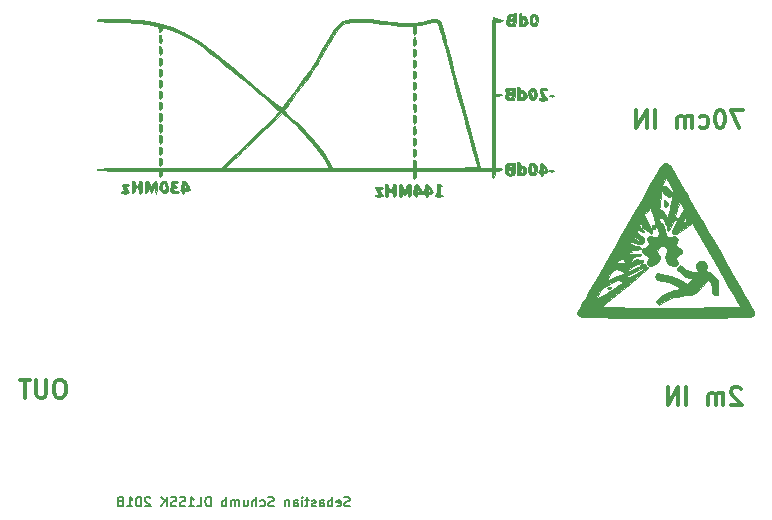
<source format=gbo>
G04 #@! TF.GenerationSoftware,KiCad,Pcbnew,(6.0.0-rc1-dev)*
G04 #@! TF.CreationDate,2018-08-10T22:57:37+02:00*
G04 #@! TF.ProjectId,diplexer,6469706C657865722E6B696361645F70,rev?*
G04 #@! TF.SameCoordinates,PX7270e00PY29020c0*
G04 #@! TF.FileFunction,Legend,Bot*
G04 #@! TF.FilePolarity,Positive*
%FSLAX46Y46*%
G04 Gerber Fmt 4.6, Leading zero omitted, Abs format (unit mm)*
G04 Created by KiCad (PCBNEW (6.0.0-rc1-dev)) date Fri Aug 10 22:57:37 2018*
%MOMM*%
%LPD*%
G01*
G04 APERTURE LIST*
%ADD10C,0.200000*%
%ADD11C,0.300000*%
%ADD12C,0.010000*%
%ADD13C,0.150000*%
%ADD14C,5.400000*%
%ADD15R,3.900000X3.900000*%
%ADD16R,5.480000X2.820000*%
%ADD17O,2.100000X2.100000*%
%ADD18R,2.100000X2.100000*%
G04 APERTURE END LIST*
D10*
X34809523Y-44323809D02*
X34695238Y-44361904D01*
X34504761Y-44361904D01*
X34428571Y-44323809D01*
X34390476Y-44285714D01*
X34352380Y-44209523D01*
X34352380Y-44133333D01*
X34390476Y-44057142D01*
X34428571Y-44019047D01*
X34504761Y-43980952D01*
X34657142Y-43942857D01*
X34733333Y-43904761D01*
X34771428Y-43866666D01*
X34809523Y-43790476D01*
X34809523Y-43714285D01*
X34771428Y-43638095D01*
X34733333Y-43600000D01*
X34657142Y-43561904D01*
X34466666Y-43561904D01*
X34352380Y-43600000D01*
X33704761Y-44323809D02*
X33780952Y-44361904D01*
X33933333Y-44361904D01*
X34009523Y-44323809D01*
X34047619Y-44247619D01*
X34047619Y-43942857D01*
X34009523Y-43866666D01*
X33933333Y-43828571D01*
X33780952Y-43828571D01*
X33704761Y-43866666D01*
X33666666Y-43942857D01*
X33666666Y-44019047D01*
X34047619Y-44095238D01*
X33323809Y-44361904D02*
X33323809Y-43561904D01*
X33323809Y-43866666D02*
X33247619Y-43828571D01*
X33095238Y-43828571D01*
X33019047Y-43866666D01*
X32980952Y-43904761D01*
X32942857Y-43980952D01*
X32942857Y-44209523D01*
X32980952Y-44285714D01*
X33019047Y-44323809D01*
X33095238Y-44361904D01*
X33247619Y-44361904D01*
X33323809Y-44323809D01*
X32257142Y-44361904D02*
X32257142Y-43942857D01*
X32295238Y-43866666D01*
X32371428Y-43828571D01*
X32523809Y-43828571D01*
X32600000Y-43866666D01*
X32257142Y-44323809D02*
X32333333Y-44361904D01*
X32523809Y-44361904D01*
X32600000Y-44323809D01*
X32638095Y-44247619D01*
X32638095Y-44171428D01*
X32600000Y-44095238D01*
X32523809Y-44057142D01*
X32333333Y-44057142D01*
X32257142Y-44019047D01*
X31914285Y-44323809D02*
X31838095Y-44361904D01*
X31685714Y-44361904D01*
X31609523Y-44323809D01*
X31571428Y-44247619D01*
X31571428Y-44209523D01*
X31609523Y-44133333D01*
X31685714Y-44095238D01*
X31800000Y-44095238D01*
X31876190Y-44057142D01*
X31914285Y-43980952D01*
X31914285Y-43942857D01*
X31876190Y-43866666D01*
X31800000Y-43828571D01*
X31685714Y-43828571D01*
X31609523Y-43866666D01*
X31342857Y-43828571D02*
X31038095Y-43828571D01*
X31228571Y-43561904D02*
X31228571Y-44247619D01*
X31190476Y-44323809D01*
X31114285Y-44361904D01*
X31038095Y-44361904D01*
X30771428Y-44361904D02*
X30771428Y-43828571D01*
X30771428Y-43561904D02*
X30809523Y-43600000D01*
X30771428Y-43638095D01*
X30733333Y-43600000D01*
X30771428Y-43561904D01*
X30771428Y-43638095D01*
X30047619Y-44361904D02*
X30047619Y-43942857D01*
X30085714Y-43866666D01*
X30161904Y-43828571D01*
X30314285Y-43828571D01*
X30390476Y-43866666D01*
X30047619Y-44323809D02*
X30123809Y-44361904D01*
X30314285Y-44361904D01*
X30390476Y-44323809D01*
X30428571Y-44247619D01*
X30428571Y-44171428D01*
X30390476Y-44095238D01*
X30314285Y-44057142D01*
X30123809Y-44057142D01*
X30047619Y-44019047D01*
X29666666Y-43828571D02*
X29666666Y-44361904D01*
X29666666Y-43904761D02*
X29628571Y-43866666D01*
X29552380Y-43828571D01*
X29438095Y-43828571D01*
X29361904Y-43866666D01*
X29323809Y-43942857D01*
X29323809Y-44361904D01*
X28371428Y-44323809D02*
X28257142Y-44361904D01*
X28066666Y-44361904D01*
X27990476Y-44323809D01*
X27952380Y-44285714D01*
X27914285Y-44209523D01*
X27914285Y-44133333D01*
X27952380Y-44057142D01*
X27990476Y-44019047D01*
X28066666Y-43980952D01*
X28219047Y-43942857D01*
X28295238Y-43904761D01*
X28333333Y-43866666D01*
X28371428Y-43790476D01*
X28371428Y-43714285D01*
X28333333Y-43638095D01*
X28295238Y-43600000D01*
X28219047Y-43561904D01*
X28028571Y-43561904D01*
X27914285Y-43600000D01*
X27228571Y-44323809D02*
X27304761Y-44361904D01*
X27457142Y-44361904D01*
X27533333Y-44323809D01*
X27571428Y-44285714D01*
X27609523Y-44209523D01*
X27609523Y-43980952D01*
X27571428Y-43904761D01*
X27533333Y-43866666D01*
X27457142Y-43828571D01*
X27304761Y-43828571D01*
X27228571Y-43866666D01*
X26885714Y-44361904D02*
X26885714Y-43561904D01*
X26542857Y-44361904D02*
X26542857Y-43942857D01*
X26580952Y-43866666D01*
X26657142Y-43828571D01*
X26771428Y-43828571D01*
X26847619Y-43866666D01*
X26885714Y-43904761D01*
X25819047Y-43828571D02*
X25819047Y-44361904D01*
X26161904Y-43828571D02*
X26161904Y-44247619D01*
X26123809Y-44323809D01*
X26047619Y-44361904D01*
X25933333Y-44361904D01*
X25857142Y-44323809D01*
X25819047Y-44285714D01*
X25438095Y-44361904D02*
X25438095Y-43828571D01*
X25438095Y-43904761D02*
X25400000Y-43866666D01*
X25323809Y-43828571D01*
X25209523Y-43828571D01*
X25133333Y-43866666D01*
X25095238Y-43942857D01*
X25095238Y-44361904D01*
X25095238Y-43942857D02*
X25057142Y-43866666D01*
X24980952Y-43828571D01*
X24866666Y-43828571D01*
X24790476Y-43866666D01*
X24752380Y-43942857D01*
X24752380Y-44361904D01*
X24371428Y-44361904D02*
X24371428Y-43561904D01*
X24371428Y-43866666D02*
X24295238Y-43828571D01*
X24142857Y-43828571D01*
X24066666Y-43866666D01*
X24028571Y-43904761D01*
X23990476Y-43980952D01*
X23990476Y-44209523D01*
X24028571Y-44285714D01*
X24066666Y-44323809D01*
X24142857Y-44361904D01*
X24295238Y-44361904D01*
X24371428Y-44323809D01*
X23038095Y-44361904D02*
X23038095Y-43561904D01*
X22847619Y-43561904D01*
X22733333Y-43600000D01*
X22657142Y-43676190D01*
X22619047Y-43752380D01*
X22580952Y-43904761D01*
X22580952Y-44019047D01*
X22619047Y-44171428D01*
X22657142Y-44247619D01*
X22733333Y-44323809D01*
X22847619Y-44361904D01*
X23038095Y-44361904D01*
X21857142Y-44361904D02*
X22238095Y-44361904D01*
X22238095Y-43561904D01*
X21171428Y-44361904D02*
X21628571Y-44361904D01*
X21400000Y-44361904D02*
X21400000Y-43561904D01*
X21476190Y-43676190D01*
X21552380Y-43752380D01*
X21628571Y-43790476D01*
X20866666Y-44323809D02*
X20752380Y-44361904D01*
X20561904Y-44361904D01*
X20485714Y-44323809D01*
X20447619Y-44285714D01*
X20409523Y-44209523D01*
X20409523Y-44133333D01*
X20447619Y-44057142D01*
X20485714Y-44019047D01*
X20561904Y-43980952D01*
X20714285Y-43942857D01*
X20790476Y-43904761D01*
X20828571Y-43866666D01*
X20866666Y-43790476D01*
X20866666Y-43714285D01*
X20828571Y-43638095D01*
X20790476Y-43600000D01*
X20714285Y-43561904D01*
X20523809Y-43561904D01*
X20409523Y-43600000D01*
X20104761Y-44323809D02*
X19990476Y-44361904D01*
X19800000Y-44361904D01*
X19723809Y-44323809D01*
X19685714Y-44285714D01*
X19647619Y-44209523D01*
X19647619Y-44133333D01*
X19685714Y-44057142D01*
X19723809Y-44019047D01*
X19800000Y-43980952D01*
X19952380Y-43942857D01*
X20028571Y-43904761D01*
X20066666Y-43866666D01*
X20104761Y-43790476D01*
X20104761Y-43714285D01*
X20066666Y-43638095D01*
X20028571Y-43600000D01*
X19952380Y-43561904D01*
X19761904Y-43561904D01*
X19647619Y-43600000D01*
X19304761Y-44361904D02*
X19304761Y-43561904D01*
X18847619Y-44361904D02*
X19190476Y-43904761D01*
X18847619Y-43561904D02*
X19304761Y-44019047D01*
X17933333Y-43638095D02*
X17895238Y-43600000D01*
X17819047Y-43561904D01*
X17628571Y-43561904D01*
X17552380Y-43600000D01*
X17514285Y-43638095D01*
X17476190Y-43714285D01*
X17476190Y-43790476D01*
X17514285Y-43904761D01*
X17971428Y-44361904D01*
X17476190Y-44361904D01*
X16980952Y-43561904D02*
X16904761Y-43561904D01*
X16828571Y-43600000D01*
X16790476Y-43638095D01*
X16752380Y-43714285D01*
X16714285Y-43866666D01*
X16714285Y-44057142D01*
X16752380Y-44209523D01*
X16790476Y-44285714D01*
X16828571Y-44323809D01*
X16904761Y-44361904D01*
X16980952Y-44361904D01*
X17057142Y-44323809D01*
X17095238Y-44285714D01*
X17133333Y-44209523D01*
X17171428Y-44057142D01*
X17171428Y-43866666D01*
X17133333Y-43714285D01*
X17095238Y-43638095D01*
X17057142Y-43600000D01*
X16980952Y-43561904D01*
X15952380Y-44361904D02*
X16409523Y-44361904D01*
X16180952Y-44361904D02*
X16180952Y-43561904D01*
X16257142Y-43676190D01*
X16333333Y-43752380D01*
X16409523Y-43790476D01*
X15495238Y-43904761D02*
X15571428Y-43866666D01*
X15609523Y-43828571D01*
X15647619Y-43752380D01*
X15647619Y-43714285D01*
X15609523Y-43638095D01*
X15571428Y-43600000D01*
X15495238Y-43561904D01*
X15342857Y-43561904D01*
X15266666Y-43600000D01*
X15228571Y-43638095D01*
X15190476Y-43714285D01*
X15190476Y-43752380D01*
X15228571Y-43828571D01*
X15266666Y-43866666D01*
X15342857Y-43904761D01*
X15495238Y-43904761D01*
X15571428Y-43942857D01*
X15609523Y-43980952D01*
X15647619Y-44057142D01*
X15647619Y-44209523D01*
X15609523Y-44285714D01*
X15571428Y-44323809D01*
X15495238Y-44361904D01*
X15342857Y-44361904D01*
X15266666Y-44323809D01*
X15228571Y-44285714D01*
X15190476Y-44209523D01*
X15190476Y-44057142D01*
X15228571Y-43980952D01*
X15266666Y-43942857D01*
X15342857Y-43904761D01*
D11*
X10405000Y-33648571D02*
X10119285Y-33648571D01*
X9976428Y-33720000D01*
X9833571Y-33862857D01*
X9762142Y-34148571D01*
X9762142Y-34648571D01*
X9833571Y-34934285D01*
X9976428Y-35077142D01*
X10119285Y-35148571D01*
X10405000Y-35148571D01*
X10547857Y-35077142D01*
X10690714Y-34934285D01*
X10762142Y-34648571D01*
X10762142Y-34148571D01*
X10690714Y-33862857D01*
X10547857Y-33720000D01*
X10405000Y-33648571D01*
X9119285Y-33648571D02*
X9119285Y-34862857D01*
X9047857Y-35005714D01*
X8976428Y-35077142D01*
X8833571Y-35148571D01*
X8547857Y-35148571D01*
X8405000Y-35077142D01*
X8333571Y-35005714D01*
X8262142Y-34862857D01*
X8262142Y-33648571D01*
X7762142Y-33648571D02*
X6905000Y-33648571D01*
X7333571Y-35148571D02*
X7333571Y-33648571D01*
X67927857Y-34426428D02*
X67856428Y-34355000D01*
X67713571Y-34283571D01*
X67356428Y-34283571D01*
X67213571Y-34355000D01*
X67142142Y-34426428D01*
X67070714Y-34569285D01*
X67070714Y-34712142D01*
X67142142Y-34926428D01*
X67999285Y-35783571D01*
X67070714Y-35783571D01*
X66427857Y-35783571D02*
X66427857Y-34783571D01*
X66427857Y-34926428D02*
X66356428Y-34855000D01*
X66213571Y-34783571D01*
X65999285Y-34783571D01*
X65856428Y-34855000D01*
X65785000Y-34997857D01*
X65785000Y-35783571D01*
X65785000Y-34997857D02*
X65713571Y-34855000D01*
X65570714Y-34783571D01*
X65356428Y-34783571D01*
X65213571Y-34855000D01*
X65142142Y-34997857D01*
X65142142Y-35783571D01*
X63285000Y-35783571D02*
X63285000Y-34283571D01*
X62570714Y-35783571D02*
X62570714Y-34283571D01*
X61713571Y-35783571D01*
X61713571Y-34283571D01*
X68086428Y-10788571D02*
X67086428Y-10788571D01*
X67729285Y-12288571D01*
X66229285Y-10788571D02*
X66086428Y-10788571D01*
X65943571Y-10860000D01*
X65872142Y-10931428D01*
X65800714Y-11074285D01*
X65729285Y-11360000D01*
X65729285Y-11717142D01*
X65800714Y-12002857D01*
X65872142Y-12145714D01*
X65943571Y-12217142D01*
X66086428Y-12288571D01*
X66229285Y-12288571D01*
X66372142Y-12217142D01*
X66443571Y-12145714D01*
X66515000Y-12002857D01*
X66586428Y-11717142D01*
X66586428Y-11360000D01*
X66515000Y-11074285D01*
X66443571Y-10931428D01*
X66372142Y-10860000D01*
X66229285Y-10788571D01*
X64443571Y-12217142D02*
X64586428Y-12288571D01*
X64872142Y-12288571D01*
X65015000Y-12217142D01*
X65086428Y-12145714D01*
X65157857Y-12002857D01*
X65157857Y-11574285D01*
X65086428Y-11431428D01*
X65015000Y-11360000D01*
X64872142Y-11288571D01*
X64586428Y-11288571D01*
X64443571Y-11360000D01*
X63800714Y-12288571D02*
X63800714Y-11288571D01*
X63800714Y-11431428D02*
X63729285Y-11360000D01*
X63586428Y-11288571D01*
X63372142Y-11288571D01*
X63229285Y-11360000D01*
X63157857Y-11502857D01*
X63157857Y-12288571D01*
X63157857Y-11502857D02*
X63086428Y-11360000D01*
X62943571Y-11288571D01*
X62729285Y-11288571D01*
X62586428Y-11360000D01*
X62515000Y-11502857D01*
X62515000Y-12288571D01*
X60657857Y-12288571D02*
X60657857Y-10788571D01*
X59943571Y-12288571D02*
X59943571Y-10788571D01*
X59086428Y-12288571D01*
X59086428Y-10788571D01*
D12*
G04 #@! TO.C,G\002A\002A\002A*
G36*
X61388950Y-18535002D02*
X61374589Y-18723471D01*
X61410374Y-18912246D01*
X61518687Y-18975165D01*
X61540875Y-18976000D01*
X61698739Y-18915145D01*
X61749926Y-18845846D01*
X61738214Y-18708966D01*
X61650611Y-18554322D01*
X61532645Y-18442166D01*
X61435056Y-18429134D01*
X61388950Y-18535002D01*
X61388950Y-18535002D01*
G37*
X61388950Y-18535002D02*
X61374589Y-18723471D01*
X61410374Y-18912246D01*
X61518687Y-18975165D01*
X61540875Y-18976000D01*
X61698739Y-18915145D01*
X61749926Y-18845846D01*
X61738214Y-18708966D01*
X61650611Y-18554322D01*
X61532645Y-18442166D01*
X61435056Y-18429134D01*
X61388950Y-18535002D01*
G36*
X56757313Y-25770445D02*
X56636996Y-25820873D01*
X56604963Y-25874217D01*
X56663993Y-25967205D01*
X56824261Y-25955550D01*
X56847500Y-25946889D01*
X56945639Y-25855306D01*
X56953333Y-25821056D01*
X56890472Y-25766277D01*
X56757313Y-25770445D01*
X56757313Y-25770445D01*
G37*
X56757313Y-25770445D02*
X56636996Y-25820873D01*
X56604963Y-25874217D01*
X56663993Y-25967205D01*
X56824261Y-25955550D01*
X56847500Y-25946889D01*
X56945639Y-25855306D01*
X56953333Y-25821056D01*
X56890472Y-25766277D01*
X56757313Y-25770445D01*
G36*
X60366097Y-20563900D02*
X60374741Y-20704159D01*
X60426693Y-20843612D01*
X60488162Y-20902165D01*
X60608923Y-20870993D01*
X60635863Y-20839427D01*
X60633975Y-20709626D01*
X60544017Y-20569126D01*
X60419509Y-20500111D01*
X60414831Y-20500000D01*
X60366097Y-20563900D01*
X60366097Y-20563900D01*
G37*
X60366097Y-20563900D02*
X60374741Y-20704159D01*
X60426693Y-20843612D01*
X60488162Y-20902165D01*
X60608923Y-20870993D01*
X60635863Y-20839427D01*
X60633975Y-20709626D01*
X60544017Y-20569126D01*
X60419509Y-20500111D01*
X60414831Y-20500000D01*
X60366097Y-20563900D01*
G36*
X64460545Y-23574026D02*
X64263373Y-23686648D01*
X64136250Y-23871134D01*
X64115566Y-24098135D01*
X64187503Y-24272177D01*
X64323237Y-24479333D01*
X63891034Y-24479333D01*
X63603267Y-24461089D01*
X63382396Y-24385557D01*
X63144790Y-24221535D01*
X63097584Y-24183318D01*
X62736336Y-23887302D01*
X62577411Y-24062912D01*
X62498092Y-24161291D01*
X62485752Y-24244831D01*
X62558125Y-24350493D01*
X62732948Y-24515243D01*
X62839743Y-24609675D01*
X63104916Y-24824775D01*
X63314493Y-24939571D01*
X63523963Y-24981566D01*
X63595109Y-24984080D01*
X63929217Y-24987333D01*
X63365819Y-25568613D01*
X62818268Y-25222803D01*
X62402694Y-24993254D01*
X61969771Y-24832088D01*
X61538889Y-24727453D01*
X61154776Y-24655572D01*
X60905751Y-24633636D01*
X60762903Y-24669422D01*
X60697320Y-24770706D01*
X60680092Y-24945267D01*
X60679963Y-24958517D01*
X60697827Y-25056445D01*
X60776243Y-25124446D01*
X60949927Y-25178536D01*
X61253598Y-25234731D01*
X61292500Y-25241091D01*
X61771563Y-25351243D01*
X62175336Y-25526733D01*
X62372000Y-25646072D01*
X62837666Y-25951328D01*
X62292536Y-26062681D01*
X61652761Y-26277835D01*
X61294639Y-26485867D01*
X60995935Y-26696910D01*
X60820767Y-26843409D01*
X60750611Y-26952973D01*
X60766943Y-27053212D01*
X60842047Y-27160461D01*
X60990744Y-27343923D01*
X61506784Y-27004798D01*
X61762455Y-26845520D01*
X61985269Y-26737116D01*
X62227867Y-26662695D01*
X62542893Y-26605364D01*
X62897149Y-26558650D01*
X63293606Y-26500516D01*
X63652438Y-26430744D01*
X63923651Y-26359900D01*
X64025784Y-26320118D01*
X64203292Y-26189523D01*
X64434040Y-25967942D01*
X64671062Y-25700888D01*
X64693939Y-25672638D01*
X64896219Y-25429106D01*
X65060294Y-25247510D01*
X65156677Y-25160071D01*
X65166104Y-25156667D01*
X65316123Y-25235013D01*
X65430823Y-25447307D01*
X65495581Y-25759434D01*
X65504666Y-25946500D01*
X65508578Y-26217913D01*
X65534788Y-26361043D01*
X65605012Y-26416940D01*
X65740965Y-26426655D01*
X65758666Y-26426667D01*
X66012666Y-26426667D01*
X66012666Y-25816038D01*
X66008492Y-25495665D01*
X65981660Y-25285962D01*
X65910704Y-25128270D01*
X65774159Y-24963931D01*
X65656372Y-24842371D01*
X65398334Y-24615975D01*
X65204500Y-24507555D01*
X64799111Y-24507555D01*
X64787489Y-24557890D01*
X64742666Y-24564000D01*
X64672976Y-24533022D01*
X64678882Y-24521667D01*
X64488666Y-24521667D01*
X64446333Y-24564000D01*
X64404000Y-24521667D01*
X64446333Y-24479333D01*
X64488666Y-24521667D01*
X64678882Y-24521667D01*
X64686222Y-24507555D01*
X64786702Y-24497422D01*
X64799111Y-24507555D01*
X65204500Y-24507555D01*
X65179813Y-24493747D01*
X65103059Y-24479333D01*
X64965829Y-24459132D01*
X64966930Y-24369577D01*
X64993688Y-24315566D01*
X65076695Y-24024146D01*
X64999566Y-23772274D01*
X64919487Y-23681776D01*
X64691380Y-23562618D01*
X64460545Y-23574026D01*
X64460545Y-23574026D01*
G37*
X64460545Y-23574026D02*
X64263373Y-23686648D01*
X64136250Y-23871134D01*
X64115566Y-24098135D01*
X64187503Y-24272177D01*
X64323237Y-24479333D01*
X63891034Y-24479333D01*
X63603267Y-24461089D01*
X63382396Y-24385557D01*
X63144790Y-24221535D01*
X63097584Y-24183318D01*
X62736336Y-23887302D01*
X62577411Y-24062912D01*
X62498092Y-24161291D01*
X62485752Y-24244831D01*
X62558125Y-24350493D01*
X62732948Y-24515243D01*
X62839743Y-24609675D01*
X63104916Y-24824775D01*
X63314493Y-24939571D01*
X63523963Y-24981566D01*
X63595109Y-24984080D01*
X63929217Y-24987333D01*
X63365819Y-25568613D01*
X62818268Y-25222803D01*
X62402694Y-24993254D01*
X61969771Y-24832088D01*
X61538889Y-24727453D01*
X61154776Y-24655572D01*
X60905751Y-24633636D01*
X60762903Y-24669422D01*
X60697320Y-24770706D01*
X60680092Y-24945267D01*
X60679963Y-24958517D01*
X60697827Y-25056445D01*
X60776243Y-25124446D01*
X60949927Y-25178536D01*
X61253598Y-25234731D01*
X61292500Y-25241091D01*
X61771563Y-25351243D01*
X62175336Y-25526733D01*
X62372000Y-25646072D01*
X62837666Y-25951328D01*
X62292536Y-26062681D01*
X61652761Y-26277835D01*
X61294639Y-26485867D01*
X60995935Y-26696910D01*
X60820767Y-26843409D01*
X60750611Y-26952973D01*
X60766943Y-27053212D01*
X60842047Y-27160461D01*
X60990744Y-27343923D01*
X61506784Y-27004798D01*
X61762455Y-26845520D01*
X61985269Y-26737116D01*
X62227867Y-26662695D01*
X62542893Y-26605364D01*
X62897149Y-26558650D01*
X63293606Y-26500516D01*
X63652438Y-26430744D01*
X63923651Y-26359900D01*
X64025784Y-26320118D01*
X64203292Y-26189523D01*
X64434040Y-25967942D01*
X64671062Y-25700888D01*
X64693939Y-25672638D01*
X64896219Y-25429106D01*
X65060294Y-25247510D01*
X65156677Y-25160071D01*
X65166104Y-25156667D01*
X65316123Y-25235013D01*
X65430823Y-25447307D01*
X65495581Y-25759434D01*
X65504666Y-25946500D01*
X65508578Y-26217913D01*
X65534788Y-26361043D01*
X65605012Y-26416940D01*
X65740965Y-26426655D01*
X65758666Y-26426667D01*
X66012666Y-26426667D01*
X66012666Y-25816038D01*
X66008492Y-25495665D01*
X65981660Y-25285962D01*
X65910704Y-25128270D01*
X65774159Y-24963931D01*
X65656372Y-24842371D01*
X65398334Y-24615975D01*
X65204500Y-24507555D01*
X64799111Y-24507555D01*
X64787489Y-24557890D01*
X64742666Y-24564000D01*
X64672976Y-24533022D01*
X64678882Y-24521667D01*
X64488666Y-24521667D01*
X64446333Y-24564000D01*
X64404000Y-24521667D01*
X64446333Y-24479333D01*
X64488666Y-24521667D01*
X64678882Y-24521667D01*
X64686222Y-24507555D01*
X64786702Y-24497422D01*
X64799111Y-24507555D01*
X65204500Y-24507555D01*
X65179813Y-24493747D01*
X65103059Y-24479333D01*
X64965829Y-24459132D01*
X64966930Y-24369577D01*
X64993688Y-24315566D01*
X65076695Y-24024146D01*
X64999566Y-23772274D01*
X64919487Y-23681776D01*
X64691380Y-23562618D01*
X64460545Y-23574026D01*
G36*
X61380939Y-15309116D02*
X61202725Y-15501761D01*
X61159169Y-15568167D01*
X61031490Y-15778281D01*
X60835283Y-16109697D01*
X60578061Y-16549259D01*
X60267339Y-17083811D01*
X59910631Y-17700197D01*
X59515450Y-18385261D01*
X59089310Y-19125849D01*
X58639725Y-19908804D01*
X58174209Y-20720970D01*
X57700276Y-21549191D01*
X57225441Y-22380313D01*
X56757216Y-23201178D01*
X56303115Y-23998633D01*
X55870654Y-24759520D01*
X55467344Y-25470683D01*
X55100702Y-26118969D01*
X54778239Y-26691219D01*
X54507471Y-27174280D01*
X54295911Y-27554994D01*
X54151072Y-27820207D01*
X54080470Y-27956763D01*
X54074667Y-27972083D01*
X54132901Y-28119698D01*
X54229500Y-28233878D01*
X54267503Y-28258717D01*
X54330179Y-28280459D01*
X54428224Y-28299309D01*
X54572336Y-28315469D01*
X54773211Y-28329143D01*
X55041546Y-28340534D01*
X55388040Y-28349847D01*
X55823389Y-28357286D01*
X56358289Y-28363053D01*
X57003439Y-28367352D01*
X57769535Y-28370388D01*
X58667275Y-28372363D01*
X59707356Y-28373482D01*
X60900474Y-28373948D01*
X61589452Y-28374000D01*
X62866517Y-28373798D01*
X63984928Y-28373056D01*
X64955364Y-28371570D01*
X65788503Y-28369136D01*
X66495024Y-28365549D01*
X67085605Y-28360607D01*
X67570926Y-28354104D01*
X67961666Y-28345837D01*
X68268503Y-28335601D01*
X68502115Y-28323193D01*
X68673182Y-28308409D01*
X68792382Y-28291044D01*
X68870395Y-28270894D01*
X68917898Y-28247755D01*
X68934935Y-28233637D01*
X69033147Y-28050702D01*
X69040586Y-27916137D01*
X68995273Y-27823230D01*
X68872936Y-27596939D01*
X68792707Y-27452018D01*
X67861222Y-27452018D01*
X67783647Y-27465493D01*
X67548036Y-27478025D01*
X67165687Y-27489470D01*
X66647894Y-27499681D01*
X66005954Y-27508515D01*
X65251163Y-27515825D01*
X64394817Y-27521467D01*
X63448212Y-27525296D01*
X62422645Y-27527166D01*
X61998055Y-27527333D01*
X61016179Y-27526897D01*
X60085520Y-27525635D01*
X59219669Y-27523619D01*
X58432213Y-27520923D01*
X57736742Y-27517617D01*
X57146844Y-27513774D01*
X56676108Y-27509465D01*
X56338122Y-27504763D01*
X56146476Y-27499740D01*
X56106666Y-27496113D01*
X56169520Y-27436649D01*
X56347471Y-27283237D01*
X56624607Y-27049212D01*
X56985016Y-26747910D01*
X57412785Y-26392668D01*
X57892001Y-25996822D01*
X58096333Y-25828617D01*
X58680913Y-25346198D01*
X57853929Y-25346198D01*
X57840742Y-25404716D01*
X57746162Y-25499121D01*
X57554147Y-25642893D01*
X57248655Y-25849513D01*
X56854703Y-26105982D01*
X56466693Y-26354460D01*
X56128357Y-26567518D01*
X55865253Y-26729347D01*
X55702938Y-26824139D01*
X55664393Y-26842282D01*
X55671882Y-26780156D01*
X55750127Y-26609760D01*
X55882268Y-26367725D01*
X55884904Y-26363167D01*
X56026538Y-26133719D01*
X56166004Y-25961509D01*
X56342234Y-25813767D01*
X56594160Y-25657721D01*
X56951367Y-25465496D01*
X57265504Y-25306556D01*
X57508486Y-25194319D01*
X57652570Y-25140883D01*
X57677916Y-25148712D01*
X57698396Y-25246433D01*
X57801764Y-25310083D01*
X57853929Y-25346198D01*
X58680913Y-25346198D01*
X58695352Y-25334283D01*
X59172239Y-24936384D01*
X59537170Y-24625671D01*
X59800317Y-24392898D01*
X59971857Y-24228815D01*
X60061964Y-24124176D01*
X60080812Y-24069733D01*
X60046580Y-24056000D01*
X59963621Y-24099362D01*
X59771012Y-24216387D01*
X59500441Y-24387482D01*
X59280984Y-24529345D01*
X58858524Y-24784518D01*
X58555122Y-24921824D01*
X58371414Y-24941064D01*
X58319749Y-24860333D01*
X58223333Y-24860333D01*
X58181000Y-24902667D01*
X58138666Y-24860333D01*
X58181000Y-24818000D01*
X58223333Y-24860333D01*
X58319749Y-24860333D01*
X58308037Y-24842033D01*
X58308000Y-24838074D01*
X58379535Y-24774630D01*
X58572627Y-24658768D01*
X58855007Y-24508858D01*
X59091166Y-24392229D01*
X59420916Y-24233433D01*
X59689451Y-24103160D01*
X59862892Y-24017899D01*
X59909611Y-23993812D01*
X59905705Y-23936529D01*
X59736916Y-23867899D01*
X59641326Y-23842037D01*
X59470280Y-23820615D01*
X59410881Y-23886225D01*
X59408666Y-23919821D01*
X59368042Y-24038299D01*
X59328776Y-24056000D01*
X59229385Y-24090338D01*
X59003474Y-24185559D01*
X58677515Y-24329968D01*
X58277980Y-24511873D01*
X57910609Y-24682412D01*
X57475256Y-24884486D01*
X57096521Y-25057036D01*
X56799455Y-25188914D01*
X56609106Y-25268973D01*
X56549931Y-25287954D01*
X56575083Y-25209402D01*
X56663535Y-25029006D01*
X56753025Y-24863626D01*
X56967691Y-24563352D01*
X57207478Y-24360687D01*
X57441985Y-24272437D01*
X57640814Y-24315411D01*
X57682511Y-24349750D01*
X57872898Y-24457465D01*
X57996547Y-24479017D01*
X58188529Y-24437889D01*
X58406298Y-24337007D01*
X58595897Y-24209288D01*
X58703372Y-24087653D01*
X58710511Y-24043413D01*
X58774181Y-23969547D01*
X58966953Y-23883662D01*
X59175833Y-23821586D01*
X59474749Y-23726546D01*
X59597166Y-23653864D01*
X58338498Y-23653864D01*
X58336178Y-23671778D01*
X58177594Y-23709107D01*
X58138666Y-23717333D01*
X57749624Y-23783406D01*
X57512981Y-23784985D01*
X57424457Y-23721799D01*
X57431618Y-23672648D01*
X57569318Y-23507767D01*
X57791444Y-23397488D01*
X57918776Y-23378667D01*
X58009358Y-23432910D01*
X57999951Y-23505667D01*
X58010585Y-23602110D01*
X58158812Y-23641756D01*
X58193108Y-23643812D01*
X58338498Y-23653864D01*
X59597166Y-23653864D01*
X59638262Y-23629465D01*
X59662666Y-23579594D01*
X59610385Y-23499376D01*
X59451000Y-23513232D01*
X59284729Y-23524084D01*
X59239333Y-23472512D01*
X59188696Y-23385374D01*
X59062107Y-23419075D01*
X58955095Y-23505667D01*
X58779856Y-23610979D01*
X58673881Y-23631370D01*
X58575689Y-23615166D01*
X58635588Y-23556650D01*
X58636347Y-23556169D01*
X58708970Y-23446395D01*
X58696384Y-23390615D01*
X58721995Y-23307211D01*
X58854870Y-23254149D01*
X59117219Y-23199558D01*
X59281666Y-23165387D01*
X59440675Y-23099855D01*
X59493333Y-23026283D01*
X59435162Y-22983046D01*
X59250261Y-22965471D01*
X58923054Y-22972899D01*
X58638945Y-22989971D01*
X58216151Y-23012503D01*
X57952876Y-23010302D01*
X57841081Y-22983063D01*
X57839609Y-22959741D01*
X57949358Y-22908916D01*
X58169576Y-22876666D01*
X58329930Y-22870667D01*
X58587364Y-22851309D01*
X58683165Y-22804049D01*
X58619185Y-22745105D01*
X58397276Y-22690694D01*
X58308000Y-22678586D01*
X58252960Y-22662324D01*
X58347016Y-22647043D01*
X58569932Y-22634947D01*
X58752500Y-22630216D01*
X59129113Y-22616573D01*
X59361168Y-22589515D01*
X59473195Y-22544771D01*
X59493333Y-22501236D01*
X59412023Y-22413875D01*
X59181037Y-22326010D01*
X58982855Y-22277474D01*
X58622393Y-22182908D01*
X58429774Y-22087474D01*
X58403507Y-21990339D01*
X58423573Y-21964871D01*
X58524118Y-21959314D01*
X58739478Y-21991929D01*
X58998215Y-22049704D01*
X59287554Y-22118263D01*
X59459229Y-22140430D01*
X59558633Y-22115491D01*
X59631158Y-22042730D01*
X59633471Y-22039700D01*
X59647020Y-22016383D01*
X59548662Y-22016383D01*
X59431066Y-21977074D01*
X59210080Y-21863746D01*
X59106243Y-21804288D01*
X58892793Y-21664618D01*
X58757007Y-21547746D01*
X58731333Y-21503168D01*
X58792595Y-21486263D01*
X58954633Y-21556526D01*
X59184824Y-21696823D01*
X59414259Y-21861839D01*
X59548013Y-21978896D01*
X59548662Y-22016383D01*
X59647020Y-22016383D01*
X59721534Y-21888150D01*
X59716131Y-21750622D01*
X59602237Y-21590599D01*
X59364826Y-21371563D01*
X59355143Y-21363275D01*
X59122772Y-21137316D01*
X59023203Y-20980383D01*
X59053507Y-20905243D01*
X59210754Y-20924659D01*
X59433730Y-21020786D01*
X59624797Y-21112715D01*
X59709156Y-21130672D01*
X59684733Y-21060943D01*
X59549455Y-20889813D01*
X59385150Y-20699432D01*
X59287327Y-20538684D01*
X59317632Y-20461602D01*
X59458996Y-20442127D01*
X59534652Y-20538877D01*
X59523362Y-20628535D01*
X59553738Y-20753786D01*
X59675226Y-20827773D01*
X59886612Y-20951079D01*
X60035622Y-21082950D01*
X60195498Y-21213666D01*
X60340327Y-21262111D01*
X60420522Y-21215180D01*
X60424666Y-21185763D01*
X60391226Y-21080355D01*
X60301314Y-20859140D01*
X60170547Y-20559537D01*
X60080457Y-20360946D01*
X59736248Y-19612365D01*
X59953457Y-19439169D01*
X60113091Y-19249788D01*
X60170666Y-19064542D01*
X60178571Y-18936360D01*
X60205662Y-18916694D01*
X60257010Y-19017481D01*
X60337682Y-19250660D01*
X60452749Y-19628169D01*
X60546186Y-19948961D01*
X60664523Y-20338166D01*
X60775998Y-20666610D01*
X60868306Y-20900427D01*
X60929144Y-21005750D01*
X60930464Y-21006639D01*
X60985086Y-21125519D01*
X60964513Y-21310749D01*
X60887276Y-21487652D01*
X60789060Y-21576421D01*
X60628328Y-21574214D01*
X60462111Y-21513383D01*
X60289479Y-21449397D01*
X60151301Y-21503190D01*
X60086107Y-21558236D01*
X59972070Y-21684928D01*
X59979637Y-21800532D01*
X60045468Y-21911632D01*
X60120905Y-22140600D01*
X60056265Y-22330995D01*
X59873685Y-22437918D01*
X59781323Y-22447333D01*
X59635510Y-22467871D01*
X59587114Y-22563668D01*
X59593802Y-22719173D01*
X59649755Y-22929818D01*
X59787012Y-23028552D01*
X59824157Y-23038638D01*
X60024011Y-23151970D01*
X60103476Y-23337313D01*
X60042854Y-23540376D01*
X60017726Y-23572155D01*
X59934136Y-23695551D01*
X59968851Y-23799559D01*
X60049007Y-23884943D01*
X60180250Y-23985663D01*
X60324996Y-23999715D01*
X60525135Y-23947583D01*
X60758554Y-23837034D01*
X60907040Y-23651922D01*
X60968857Y-23513603D01*
X61045781Y-23291064D01*
X61050505Y-23157689D01*
X60983749Y-23049815D01*
X60974222Y-23039140D01*
X60859911Y-22803872D01*
X60887043Y-22552321D01*
X60981047Y-22411047D01*
X61188554Y-22290107D01*
X61392780Y-22303335D01*
X61563338Y-22417749D01*
X61669843Y-22600368D01*
X61681908Y-22818209D01*
X61569147Y-23038291D01*
X61564119Y-23043920D01*
X61489076Y-23151611D01*
X61483424Y-23274349D01*
X61548316Y-23474128D01*
X61573312Y-23537420D01*
X61682484Y-23749057D01*
X61793843Y-23873125D01*
X61832008Y-23886667D01*
X61996839Y-23929304D01*
X62114412Y-23988742D01*
X62261544Y-24042940D01*
X62402661Y-23975618D01*
X62452646Y-23932639D01*
X62569593Y-23803561D01*
X62563300Y-23687519D01*
X62497198Y-23575701D01*
X62423455Y-23344483D01*
X62494329Y-23147896D01*
X62689981Y-23032560D01*
X62731648Y-23024746D01*
X62872238Y-22964792D01*
X62920586Y-22807118D01*
X62922333Y-22743667D01*
X62892312Y-22552131D01*
X62779097Y-22471652D01*
X62731648Y-22462587D01*
X62517827Y-22364623D01*
X62425602Y-22177930D01*
X62474812Y-21949128D01*
X62497198Y-21911632D01*
X62578801Y-21756272D01*
X62545337Y-21646680D01*
X62456559Y-21558236D01*
X62305511Y-21455639D01*
X62157812Y-21475330D01*
X62080556Y-21513383D01*
X61870836Y-21584842D01*
X61711469Y-21530901D01*
X61583484Y-21336372D01*
X61480735Y-21033179D01*
X61385968Y-20694820D01*
X61321781Y-20487435D01*
X61272949Y-20378976D01*
X61224248Y-20337399D01*
X61160454Y-20330654D01*
X61146990Y-20330667D01*
X61056749Y-20277506D01*
X61024171Y-20098636D01*
X61024017Y-20013167D01*
X61037617Y-19838143D01*
X61063504Y-19785758D01*
X61073406Y-19801500D01*
X61175800Y-19899782D01*
X61215689Y-19907333D01*
X61346263Y-19978899D01*
X61449645Y-20142582D01*
X61483316Y-20321862D01*
X61472569Y-20369653D01*
X61483622Y-20480316D01*
X61558930Y-20500000D01*
X61653993Y-20547046D01*
X61677470Y-20711326D01*
X61673822Y-20775167D01*
X61683378Y-20989234D01*
X61745678Y-21058907D01*
X61843339Y-20993923D01*
X61958980Y-20804019D01*
X62055147Y-20561557D01*
X62172459Y-20262530D01*
X62277324Y-20115914D01*
X62349753Y-20095891D01*
X62475195Y-20069084D01*
X62520486Y-19980769D01*
X62457122Y-19901247D01*
X62431913Y-19893277D01*
X62381707Y-19849045D01*
X62381543Y-19732005D01*
X62435757Y-19512950D01*
X62533852Y-19206750D01*
X62754582Y-18548500D01*
X62914633Y-18845696D01*
X63074683Y-19142891D01*
X62551218Y-20155640D01*
X62341930Y-20563157D01*
X62203036Y-20846480D01*
X62126430Y-21031453D01*
X62104009Y-21143921D01*
X62127668Y-21209731D01*
X62189304Y-21254727D01*
X62204073Y-21262753D01*
X62302332Y-21293923D01*
X62422021Y-21273388D01*
X62593671Y-21186969D01*
X62847810Y-21020489D01*
X63082841Y-20854661D01*
X63785288Y-20352206D01*
X65809144Y-23864454D01*
X66215182Y-24569638D01*
X66595188Y-25230641D01*
X66940813Y-25832871D01*
X67243711Y-26361734D01*
X67495533Y-26802635D01*
X67687933Y-27140983D01*
X67812562Y-27362182D01*
X67861073Y-27451640D01*
X67861222Y-27452018D01*
X68792707Y-27452018D01*
X68681173Y-27250551D01*
X68427582Y-26797356D01*
X68119759Y-26250642D01*
X67765302Y-25623698D01*
X67371809Y-24929812D01*
X66946876Y-24182272D01*
X66498102Y-23394369D01*
X66033083Y-22579389D01*
X65559418Y-21750622D01*
X65084703Y-20921356D01*
X64616535Y-20104880D01*
X64579261Y-20039989D01*
X63286172Y-20039989D01*
X63263025Y-20154953D01*
X63173707Y-20305185D01*
X63066877Y-20316772D01*
X63019504Y-20266233D01*
X63028674Y-20163961D01*
X63105877Y-20031900D01*
X63203601Y-19934697D01*
X63267856Y-19928300D01*
X63286172Y-20039989D01*
X64579261Y-20039989D01*
X64162513Y-19314483D01*
X63730234Y-18563452D01*
X63486146Y-18140397D01*
X62109134Y-18140397D01*
X62095080Y-18214000D01*
X62059174Y-18389672D01*
X62000906Y-18681025D01*
X61930349Y-19037544D01*
X61896675Y-19208833D01*
X61824678Y-19547030D01*
X61757545Y-19811801D01*
X61705079Y-19966756D01*
X61685705Y-19992000D01*
X61625010Y-19920414D01*
X61574691Y-19778180D01*
X61482907Y-19569188D01*
X61340806Y-19389071D01*
X61191025Y-19281595D01*
X61089478Y-19280072D01*
X61037985Y-19253294D01*
X61032180Y-19075279D01*
X61046535Y-18923327D01*
X61084470Y-18590172D01*
X61127168Y-18204916D01*
X61147625Y-18016324D01*
X61200644Y-17522314D01*
X61454980Y-17868157D01*
X61652844Y-18105057D01*
X61808210Y-18201240D01*
X61950774Y-18169159D01*
X62027331Y-18108167D01*
X62103274Y-18058372D01*
X62109134Y-18140397D01*
X63486146Y-18140397D01*
X63327295Y-17865078D01*
X63227313Y-17692313D01*
X62202666Y-17692313D01*
X62163274Y-17788869D01*
X62062240Y-17755042D01*
X61925282Y-17605508D01*
X61851265Y-17491763D01*
X61688829Y-17281016D01*
X61544725Y-17233600D01*
X61536621Y-17235830D01*
X61342926Y-17253300D01*
X61267710Y-17157416D01*
X61315532Y-16960108D01*
X61382981Y-16833785D01*
X61573409Y-16518260D01*
X61888038Y-17056110D01*
X62041796Y-17331584D01*
X62153877Y-17556464D01*
X62202192Y-17686086D01*
X62202666Y-17692313D01*
X63227313Y-17692313D01*
X62961293Y-17232647D01*
X62639826Y-16679450D01*
X62370491Y-16218774D01*
X62160885Y-15863908D01*
X62018607Y-15628140D01*
X61980971Y-15568167D01*
X61794565Y-15339822D01*
X61609138Y-15253155D01*
X61567527Y-15250667D01*
X61380939Y-15309116D01*
X61380939Y-15309116D01*
G37*
X61380939Y-15309116D02*
X61202725Y-15501761D01*
X61159169Y-15568167D01*
X61031490Y-15778281D01*
X60835283Y-16109697D01*
X60578061Y-16549259D01*
X60267339Y-17083811D01*
X59910631Y-17700197D01*
X59515450Y-18385261D01*
X59089310Y-19125849D01*
X58639725Y-19908804D01*
X58174209Y-20720970D01*
X57700276Y-21549191D01*
X57225441Y-22380313D01*
X56757216Y-23201178D01*
X56303115Y-23998633D01*
X55870654Y-24759520D01*
X55467344Y-25470683D01*
X55100702Y-26118969D01*
X54778239Y-26691219D01*
X54507471Y-27174280D01*
X54295911Y-27554994D01*
X54151072Y-27820207D01*
X54080470Y-27956763D01*
X54074667Y-27972083D01*
X54132901Y-28119698D01*
X54229500Y-28233878D01*
X54267503Y-28258717D01*
X54330179Y-28280459D01*
X54428224Y-28299309D01*
X54572336Y-28315469D01*
X54773211Y-28329143D01*
X55041546Y-28340534D01*
X55388040Y-28349847D01*
X55823389Y-28357286D01*
X56358289Y-28363053D01*
X57003439Y-28367352D01*
X57769535Y-28370388D01*
X58667275Y-28372363D01*
X59707356Y-28373482D01*
X60900474Y-28373948D01*
X61589452Y-28374000D01*
X62866517Y-28373798D01*
X63984928Y-28373056D01*
X64955364Y-28371570D01*
X65788503Y-28369136D01*
X66495024Y-28365549D01*
X67085605Y-28360607D01*
X67570926Y-28354104D01*
X67961666Y-28345837D01*
X68268503Y-28335601D01*
X68502115Y-28323193D01*
X68673182Y-28308409D01*
X68792382Y-28291044D01*
X68870395Y-28270894D01*
X68917898Y-28247755D01*
X68934935Y-28233637D01*
X69033147Y-28050702D01*
X69040586Y-27916137D01*
X68995273Y-27823230D01*
X68872936Y-27596939D01*
X68792707Y-27452018D01*
X67861222Y-27452018D01*
X67783647Y-27465493D01*
X67548036Y-27478025D01*
X67165687Y-27489470D01*
X66647894Y-27499681D01*
X66005954Y-27508515D01*
X65251163Y-27515825D01*
X64394817Y-27521467D01*
X63448212Y-27525296D01*
X62422645Y-27527166D01*
X61998055Y-27527333D01*
X61016179Y-27526897D01*
X60085520Y-27525635D01*
X59219669Y-27523619D01*
X58432213Y-27520923D01*
X57736742Y-27517617D01*
X57146844Y-27513774D01*
X56676108Y-27509465D01*
X56338122Y-27504763D01*
X56146476Y-27499740D01*
X56106666Y-27496113D01*
X56169520Y-27436649D01*
X56347471Y-27283237D01*
X56624607Y-27049212D01*
X56985016Y-26747910D01*
X57412785Y-26392668D01*
X57892001Y-25996822D01*
X58096333Y-25828617D01*
X58680913Y-25346198D01*
X57853929Y-25346198D01*
X57840742Y-25404716D01*
X57746162Y-25499121D01*
X57554147Y-25642893D01*
X57248655Y-25849513D01*
X56854703Y-26105982D01*
X56466693Y-26354460D01*
X56128357Y-26567518D01*
X55865253Y-26729347D01*
X55702938Y-26824139D01*
X55664393Y-26842282D01*
X55671882Y-26780156D01*
X55750127Y-26609760D01*
X55882268Y-26367725D01*
X55884904Y-26363167D01*
X56026538Y-26133719D01*
X56166004Y-25961509D01*
X56342234Y-25813767D01*
X56594160Y-25657721D01*
X56951367Y-25465496D01*
X57265504Y-25306556D01*
X57508486Y-25194319D01*
X57652570Y-25140883D01*
X57677916Y-25148712D01*
X57698396Y-25246433D01*
X57801764Y-25310083D01*
X57853929Y-25346198D01*
X58680913Y-25346198D01*
X58695352Y-25334283D01*
X59172239Y-24936384D01*
X59537170Y-24625671D01*
X59800317Y-24392898D01*
X59971857Y-24228815D01*
X60061964Y-24124176D01*
X60080812Y-24069733D01*
X60046580Y-24056000D01*
X59963621Y-24099362D01*
X59771012Y-24216387D01*
X59500441Y-24387482D01*
X59280984Y-24529345D01*
X58858524Y-24784518D01*
X58555122Y-24921824D01*
X58371414Y-24941064D01*
X58319749Y-24860333D01*
X58223333Y-24860333D01*
X58181000Y-24902667D01*
X58138666Y-24860333D01*
X58181000Y-24818000D01*
X58223333Y-24860333D01*
X58319749Y-24860333D01*
X58308037Y-24842033D01*
X58308000Y-24838074D01*
X58379535Y-24774630D01*
X58572627Y-24658768D01*
X58855007Y-24508858D01*
X59091166Y-24392229D01*
X59420916Y-24233433D01*
X59689451Y-24103160D01*
X59862892Y-24017899D01*
X59909611Y-23993812D01*
X59905705Y-23936529D01*
X59736916Y-23867899D01*
X59641326Y-23842037D01*
X59470280Y-23820615D01*
X59410881Y-23886225D01*
X59408666Y-23919821D01*
X59368042Y-24038299D01*
X59328776Y-24056000D01*
X59229385Y-24090338D01*
X59003474Y-24185559D01*
X58677515Y-24329968D01*
X58277980Y-24511873D01*
X57910609Y-24682412D01*
X57475256Y-24884486D01*
X57096521Y-25057036D01*
X56799455Y-25188914D01*
X56609106Y-25268973D01*
X56549931Y-25287954D01*
X56575083Y-25209402D01*
X56663535Y-25029006D01*
X56753025Y-24863626D01*
X56967691Y-24563352D01*
X57207478Y-24360687D01*
X57441985Y-24272437D01*
X57640814Y-24315411D01*
X57682511Y-24349750D01*
X57872898Y-24457465D01*
X57996547Y-24479017D01*
X58188529Y-24437889D01*
X58406298Y-24337007D01*
X58595897Y-24209288D01*
X58703372Y-24087653D01*
X58710511Y-24043413D01*
X58774181Y-23969547D01*
X58966953Y-23883662D01*
X59175833Y-23821586D01*
X59474749Y-23726546D01*
X59597166Y-23653864D01*
X58338498Y-23653864D01*
X58336178Y-23671778D01*
X58177594Y-23709107D01*
X58138666Y-23717333D01*
X57749624Y-23783406D01*
X57512981Y-23784985D01*
X57424457Y-23721799D01*
X57431618Y-23672648D01*
X57569318Y-23507767D01*
X57791444Y-23397488D01*
X57918776Y-23378667D01*
X58009358Y-23432910D01*
X57999951Y-23505667D01*
X58010585Y-23602110D01*
X58158812Y-23641756D01*
X58193108Y-23643812D01*
X58338498Y-23653864D01*
X59597166Y-23653864D01*
X59638262Y-23629465D01*
X59662666Y-23579594D01*
X59610385Y-23499376D01*
X59451000Y-23513232D01*
X59284729Y-23524084D01*
X59239333Y-23472512D01*
X59188696Y-23385374D01*
X59062107Y-23419075D01*
X58955095Y-23505667D01*
X58779856Y-23610979D01*
X58673881Y-23631370D01*
X58575689Y-23615166D01*
X58635588Y-23556650D01*
X58636347Y-23556169D01*
X58708970Y-23446395D01*
X58696384Y-23390615D01*
X58721995Y-23307211D01*
X58854870Y-23254149D01*
X59117219Y-23199558D01*
X59281666Y-23165387D01*
X59440675Y-23099855D01*
X59493333Y-23026283D01*
X59435162Y-22983046D01*
X59250261Y-22965471D01*
X58923054Y-22972899D01*
X58638945Y-22989971D01*
X58216151Y-23012503D01*
X57952876Y-23010302D01*
X57841081Y-22983063D01*
X57839609Y-22959741D01*
X57949358Y-22908916D01*
X58169576Y-22876666D01*
X58329930Y-22870667D01*
X58587364Y-22851309D01*
X58683165Y-22804049D01*
X58619185Y-22745105D01*
X58397276Y-22690694D01*
X58308000Y-22678586D01*
X58252960Y-22662324D01*
X58347016Y-22647043D01*
X58569932Y-22634947D01*
X58752500Y-22630216D01*
X59129113Y-22616573D01*
X59361168Y-22589515D01*
X59473195Y-22544771D01*
X59493333Y-22501236D01*
X59412023Y-22413875D01*
X59181037Y-22326010D01*
X58982855Y-22277474D01*
X58622393Y-22182908D01*
X58429774Y-22087474D01*
X58403507Y-21990339D01*
X58423573Y-21964871D01*
X58524118Y-21959314D01*
X58739478Y-21991929D01*
X58998215Y-22049704D01*
X59287554Y-22118263D01*
X59459229Y-22140430D01*
X59558633Y-22115491D01*
X59631158Y-22042730D01*
X59633471Y-22039700D01*
X59647020Y-22016383D01*
X59548662Y-22016383D01*
X59431066Y-21977074D01*
X59210080Y-21863746D01*
X59106243Y-21804288D01*
X58892793Y-21664618D01*
X58757007Y-21547746D01*
X58731333Y-21503168D01*
X58792595Y-21486263D01*
X58954633Y-21556526D01*
X59184824Y-21696823D01*
X59414259Y-21861839D01*
X59548013Y-21978896D01*
X59548662Y-22016383D01*
X59647020Y-22016383D01*
X59721534Y-21888150D01*
X59716131Y-21750622D01*
X59602237Y-21590599D01*
X59364826Y-21371563D01*
X59355143Y-21363275D01*
X59122772Y-21137316D01*
X59023203Y-20980383D01*
X59053507Y-20905243D01*
X59210754Y-20924659D01*
X59433730Y-21020786D01*
X59624797Y-21112715D01*
X59709156Y-21130672D01*
X59684733Y-21060943D01*
X59549455Y-20889813D01*
X59385150Y-20699432D01*
X59287327Y-20538684D01*
X59317632Y-20461602D01*
X59458996Y-20442127D01*
X59534652Y-20538877D01*
X59523362Y-20628535D01*
X59553738Y-20753786D01*
X59675226Y-20827773D01*
X59886612Y-20951079D01*
X60035622Y-21082950D01*
X60195498Y-21213666D01*
X60340327Y-21262111D01*
X60420522Y-21215180D01*
X60424666Y-21185763D01*
X60391226Y-21080355D01*
X60301314Y-20859140D01*
X60170547Y-20559537D01*
X60080457Y-20360946D01*
X59736248Y-19612365D01*
X59953457Y-19439169D01*
X60113091Y-19249788D01*
X60170666Y-19064542D01*
X60178571Y-18936360D01*
X60205662Y-18916694D01*
X60257010Y-19017481D01*
X60337682Y-19250660D01*
X60452749Y-19628169D01*
X60546186Y-19948961D01*
X60664523Y-20338166D01*
X60775998Y-20666610D01*
X60868306Y-20900427D01*
X60929144Y-21005750D01*
X60930464Y-21006639D01*
X60985086Y-21125519D01*
X60964513Y-21310749D01*
X60887276Y-21487652D01*
X60789060Y-21576421D01*
X60628328Y-21574214D01*
X60462111Y-21513383D01*
X60289479Y-21449397D01*
X60151301Y-21503190D01*
X60086107Y-21558236D01*
X59972070Y-21684928D01*
X59979637Y-21800532D01*
X60045468Y-21911632D01*
X60120905Y-22140600D01*
X60056265Y-22330995D01*
X59873685Y-22437918D01*
X59781323Y-22447333D01*
X59635510Y-22467871D01*
X59587114Y-22563668D01*
X59593802Y-22719173D01*
X59649755Y-22929818D01*
X59787012Y-23028552D01*
X59824157Y-23038638D01*
X60024011Y-23151970D01*
X60103476Y-23337313D01*
X60042854Y-23540376D01*
X60017726Y-23572155D01*
X59934136Y-23695551D01*
X59968851Y-23799559D01*
X60049007Y-23884943D01*
X60180250Y-23985663D01*
X60324996Y-23999715D01*
X60525135Y-23947583D01*
X60758554Y-23837034D01*
X60907040Y-23651922D01*
X60968857Y-23513603D01*
X61045781Y-23291064D01*
X61050505Y-23157689D01*
X60983749Y-23049815D01*
X60974222Y-23039140D01*
X60859911Y-22803872D01*
X60887043Y-22552321D01*
X60981047Y-22411047D01*
X61188554Y-22290107D01*
X61392780Y-22303335D01*
X61563338Y-22417749D01*
X61669843Y-22600368D01*
X61681908Y-22818209D01*
X61569147Y-23038291D01*
X61564119Y-23043920D01*
X61489076Y-23151611D01*
X61483424Y-23274349D01*
X61548316Y-23474128D01*
X61573312Y-23537420D01*
X61682484Y-23749057D01*
X61793843Y-23873125D01*
X61832008Y-23886667D01*
X61996839Y-23929304D01*
X62114412Y-23988742D01*
X62261544Y-24042940D01*
X62402661Y-23975618D01*
X62452646Y-23932639D01*
X62569593Y-23803561D01*
X62563300Y-23687519D01*
X62497198Y-23575701D01*
X62423455Y-23344483D01*
X62494329Y-23147896D01*
X62689981Y-23032560D01*
X62731648Y-23024746D01*
X62872238Y-22964792D01*
X62920586Y-22807118D01*
X62922333Y-22743667D01*
X62892312Y-22552131D01*
X62779097Y-22471652D01*
X62731648Y-22462587D01*
X62517827Y-22364623D01*
X62425602Y-22177930D01*
X62474812Y-21949128D01*
X62497198Y-21911632D01*
X62578801Y-21756272D01*
X62545337Y-21646680D01*
X62456559Y-21558236D01*
X62305511Y-21455639D01*
X62157812Y-21475330D01*
X62080556Y-21513383D01*
X61870836Y-21584842D01*
X61711469Y-21530901D01*
X61583484Y-21336372D01*
X61480735Y-21033179D01*
X61385968Y-20694820D01*
X61321781Y-20487435D01*
X61272949Y-20378976D01*
X61224248Y-20337399D01*
X61160454Y-20330654D01*
X61146990Y-20330667D01*
X61056749Y-20277506D01*
X61024171Y-20098636D01*
X61024017Y-20013167D01*
X61037617Y-19838143D01*
X61063504Y-19785758D01*
X61073406Y-19801500D01*
X61175800Y-19899782D01*
X61215689Y-19907333D01*
X61346263Y-19978899D01*
X61449645Y-20142582D01*
X61483316Y-20321862D01*
X61472569Y-20369653D01*
X61483622Y-20480316D01*
X61558930Y-20500000D01*
X61653993Y-20547046D01*
X61677470Y-20711326D01*
X61673822Y-20775167D01*
X61683378Y-20989234D01*
X61745678Y-21058907D01*
X61843339Y-20993923D01*
X61958980Y-20804019D01*
X62055147Y-20561557D01*
X62172459Y-20262530D01*
X62277324Y-20115914D01*
X62349753Y-20095891D01*
X62475195Y-20069084D01*
X62520486Y-19980769D01*
X62457122Y-19901247D01*
X62431913Y-19893277D01*
X62381707Y-19849045D01*
X62381543Y-19732005D01*
X62435757Y-19512950D01*
X62533852Y-19206750D01*
X62754582Y-18548500D01*
X62914633Y-18845696D01*
X63074683Y-19142891D01*
X62551218Y-20155640D01*
X62341930Y-20563157D01*
X62203036Y-20846480D01*
X62126430Y-21031453D01*
X62104009Y-21143921D01*
X62127668Y-21209731D01*
X62189304Y-21254727D01*
X62204073Y-21262753D01*
X62302332Y-21293923D01*
X62422021Y-21273388D01*
X62593671Y-21186969D01*
X62847810Y-21020489D01*
X63082841Y-20854661D01*
X63785288Y-20352206D01*
X65809144Y-23864454D01*
X66215182Y-24569638D01*
X66595188Y-25230641D01*
X66940813Y-25832871D01*
X67243711Y-26361734D01*
X67495533Y-26802635D01*
X67687933Y-27140983D01*
X67812562Y-27362182D01*
X67861073Y-27451640D01*
X67861222Y-27452018D01*
X68792707Y-27452018D01*
X68681173Y-27250551D01*
X68427582Y-26797356D01*
X68119759Y-26250642D01*
X67765302Y-25623698D01*
X67371809Y-24929812D01*
X66946876Y-24182272D01*
X66498102Y-23394369D01*
X66033083Y-22579389D01*
X65559418Y-21750622D01*
X65084703Y-20921356D01*
X64616535Y-20104880D01*
X64579261Y-20039989D01*
X63286172Y-20039989D01*
X63263025Y-20154953D01*
X63173707Y-20305185D01*
X63066877Y-20316772D01*
X63019504Y-20266233D01*
X63028674Y-20163961D01*
X63105877Y-20031900D01*
X63203601Y-19934697D01*
X63267856Y-19928300D01*
X63286172Y-20039989D01*
X64579261Y-20039989D01*
X64162513Y-19314483D01*
X63730234Y-18563452D01*
X63486146Y-18140397D01*
X62109134Y-18140397D01*
X62095080Y-18214000D01*
X62059174Y-18389672D01*
X62000906Y-18681025D01*
X61930349Y-19037544D01*
X61896675Y-19208833D01*
X61824678Y-19547030D01*
X61757545Y-19811801D01*
X61705079Y-19966756D01*
X61685705Y-19992000D01*
X61625010Y-19920414D01*
X61574691Y-19778180D01*
X61482907Y-19569188D01*
X61340806Y-19389071D01*
X61191025Y-19281595D01*
X61089478Y-19280072D01*
X61037985Y-19253294D01*
X61032180Y-19075279D01*
X61046535Y-18923327D01*
X61084470Y-18590172D01*
X61127168Y-18204916D01*
X61147625Y-18016324D01*
X61200644Y-17522314D01*
X61454980Y-17868157D01*
X61652844Y-18105057D01*
X61808210Y-18201240D01*
X61950774Y-18169159D01*
X62027331Y-18108167D01*
X62103274Y-18058372D01*
X62109134Y-18140397D01*
X63486146Y-18140397D01*
X63327295Y-17865078D01*
X63227313Y-17692313D01*
X62202666Y-17692313D01*
X62163274Y-17788869D01*
X62062240Y-17755042D01*
X61925282Y-17605508D01*
X61851265Y-17491763D01*
X61688829Y-17281016D01*
X61544725Y-17233600D01*
X61536621Y-17235830D01*
X61342926Y-17253300D01*
X61267710Y-17157416D01*
X61315532Y-16960108D01*
X61382981Y-16833785D01*
X61573409Y-16518260D01*
X61888038Y-17056110D01*
X62041796Y-17331584D01*
X62153877Y-17556464D01*
X62202192Y-17686086D01*
X62202666Y-17692313D01*
X63227313Y-17692313D01*
X62961293Y-17232647D01*
X62639826Y-16679450D01*
X62370491Y-16218774D01*
X62160885Y-15863908D01*
X62018607Y-15628140D01*
X61980971Y-15568167D01*
X61794565Y-15339822D01*
X61609138Y-15253155D01*
X61567527Y-15250667D01*
X61380939Y-15309116D01*
G36*
X40216804Y-4700488D02*
X40173121Y-4890308D01*
X40163299Y-4984833D01*
X40159955Y-5218258D01*
X40202741Y-5324726D01*
X40274000Y-5344667D01*
X40360122Y-5309021D01*
X40390967Y-5176155D01*
X40384702Y-4984833D01*
X40351031Y-4764960D01*
X40297159Y-4637677D01*
X40274000Y-4625000D01*
X40216804Y-4700488D01*
X40216804Y-4700488D01*
G37*
X40216804Y-4700488D02*
X40173121Y-4890308D01*
X40163299Y-4984833D01*
X40159955Y-5218258D01*
X40202741Y-5324726D01*
X40274000Y-5344667D01*
X40360122Y-5309021D01*
X40390967Y-5176155D01*
X40384702Y-4984833D01*
X40351031Y-4764960D01*
X40297159Y-4637677D01*
X40274000Y-4625000D01*
X40216804Y-4700488D01*
G36*
X40185693Y-5654590D02*
X40149305Y-5839969D01*
X40147000Y-5937333D01*
X40167971Y-6172818D01*
X40237489Y-6269853D01*
X40274000Y-6276000D01*
X40362307Y-6220077D01*
X40398695Y-6034697D01*
X40401000Y-5937333D01*
X40380029Y-5701848D01*
X40310512Y-5604813D01*
X40274000Y-5598667D01*
X40185693Y-5654590D01*
X40185693Y-5654590D01*
G37*
X40185693Y-5654590D02*
X40149305Y-5839969D01*
X40147000Y-5937333D01*
X40167971Y-6172818D01*
X40237489Y-6269853D01*
X40274000Y-6276000D01*
X40362307Y-6220077D01*
X40398695Y-6034697D01*
X40401000Y-5937333D01*
X40380029Y-5701848D01*
X40310512Y-5604813D01*
X40274000Y-5598667D01*
X40185693Y-5654590D01*
G36*
X40185693Y-6585923D02*
X40149305Y-6771302D01*
X40147000Y-6868667D01*
X40167971Y-7104152D01*
X40237489Y-7201187D01*
X40274000Y-7207333D01*
X40362307Y-7151410D01*
X40398695Y-6966031D01*
X40401000Y-6868667D01*
X40380029Y-6633181D01*
X40310512Y-6536146D01*
X40274000Y-6530000D01*
X40185693Y-6585923D01*
X40185693Y-6585923D01*
G37*
X40185693Y-6585923D02*
X40149305Y-6771302D01*
X40147000Y-6868667D01*
X40167971Y-7104152D01*
X40237489Y-7201187D01*
X40274000Y-7207333D01*
X40362307Y-7151410D01*
X40398695Y-6966031D01*
X40401000Y-6868667D01*
X40380029Y-6633181D01*
X40310512Y-6536146D01*
X40274000Y-6530000D01*
X40185693Y-6585923D01*
G36*
X40185693Y-7517256D02*
X40149305Y-7702636D01*
X40147000Y-7800000D01*
X40167971Y-8035485D01*
X40237489Y-8132520D01*
X40274000Y-8138667D01*
X40362307Y-8082743D01*
X40398695Y-7897364D01*
X40401000Y-7800000D01*
X40380029Y-7564515D01*
X40310512Y-7467480D01*
X40274000Y-7461333D01*
X40185693Y-7517256D01*
X40185693Y-7517256D01*
G37*
X40185693Y-7517256D02*
X40149305Y-7702636D01*
X40147000Y-7800000D01*
X40167971Y-8035485D01*
X40237489Y-8132520D01*
X40274000Y-8138667D01*
X40362307Y-8082743D01*
X40398695Y-7897364D01*
X40401000Y-7800000D01*
X40380029Y-7564515D01*
X40310512Y-7467480D01*
X40274000Y-7461333D01*
X40185693Y-7517256D01*
G36*
X40185693Y-8448590D02*
X40149305Y-8633969D01*
X40147000Y-8731333D01*
X40167971Y-8966818D01*
X40237489Y-9063853D01*
X40274000Y-9070000D01*
X40362307Y-9014077D01*
X40398695Y-8828697D01*
X40401000Y-8731333D01*
X40380029Y-8495848D01*
X40310512Y-8398813D01*
X40274000Y-8392667D01*
X40185693Y-8448590D01*
X40185693Y-8448590D01*
G37*
X40185693Y-8448590D02*
X40149305Y-8633969D01*
X40147000Y-8731333D01*
X40167971Y-8966818D01*
X40237489Y-9063853D01*
X40274000Y-9070000D01*
X40362307Y-9014077D01*
X40398695Y-8828697D01*
X40401000Y-8731333D01*
X40380029Y-8495848D01*
X40310512Y-8398813D01*
X40274000Y-8392667D01*
X40185693Y-8448590D01*
G36*
X40185693Y-9379923D02*
X40149305Y-9565302D01*
X40147000Y-9662667D01*
X40167971Y-9898152D01*
X40237489Y-9995187D01*
X40274000Y-10001333D01*
X40362307Y-9945410D01*
X40398695Y-9760031D01*
X40401000Y-9662667D01*
X40380029Y-9427181D01*
X40310512Y-9330146D01*
X40274000Y-9324000D01*
X40185693Y-9379923D01*
X40185693Y-9379923D01*
G37*
X40185693Y-9379923D02*
X40149305Y-9565302D01*
X40147000Y-9662667D01*
X40167971Y-9898152D01*
X40237489Y-9995187D01*
X40274000Y-10001333D01*
X40362307Y-9945410D01*
X40398695Y-9760031D01*
X40401000Y-9662667D01*
X40380029Y-9427181D01*
X40310512Y-9330146D01*
X40274000Y-9324000D01*
X40185693Y-9379923D01*
G36*
X40185267Y-10294749D02*
X40156888Y-10437692D01*
X40163299Y-10608586D01*
X40208621Y-10875262D01*
X40278488Y-10995969D01*
X40348587Y-10967149D01*
X40394605Y-10785242D01*
X40401000Y-10643389D01*
X40385970Y-10392548D01*
X40333302Y-10275535D01*
X40269132Y-10255333D01*
X40185267Y-10294749D01*
X40185267Y-10294749D01*
G37*
X40185267Y-10294749D02*
X40156888Y-10437692D01*
X40163299Y-10608586D01*
X40208621Y-10875262D01*
X40278488Y-10995969D01*
X40348587Y-10967149D01*
X40394605Y-10785242D01*
X40401000Y-10643389D01*
X40385970Y-10392548D01*
X40333302Y-10275535D01*
X40269132Y-10255333D01*
X40185267Y-10294749D01*
G36*
X40190293Y-11236528D02*
X40152164Y-11406069D01*
X40147000Y-11567667D01*
X40163621Y-11818789D01*
X40220134Y-11933175D01*
X40274000Y-11948667D01*
X40357708Y-11898805D01*
X40395836Y-11729264D01*
X40401000Y-11567667D01*
X40384380Y-11316544D01*
X40327866Y-11202158D01*
X40274000Y-11186667D01*
X40190293Y-11236528D01*
X40190293Y-11236528D01*
G37*
X40190293Y-11236528D02*
X40152164Y-11406069D01*
X40147000Y-11567667D01*
X40163621Y-11818789D01*
X40220134Y-11933175D01*
X40274000Y-11948667D01*
X40357708Y-11898805D01*
X40395836Y-11729264D01*
X40401000Y-11567667D01*
X40384380Y-11316544D01*
X40327866Y-11202158D01*
X40274000Y-11186667D01*
X40190293Y-11236528D01*
G36*
X40240405Y-12184023D02*
X40180333Y-12381464D01*
X40163299Y-12526747D01*
X40160881Y-12759189D01*
X40206559Y-12863432D01*
X40269132Y-12880000D01*
X40354372Y-12835771D01*
X40394135Y-12680781D01*
X40401000Y-12491944D01*
X40375052Y-12235704D01*
X40313416Y-12134250D01*
X40240405Y-12184023D01*
X40240405Y-12184023D01*
G37*
X40240405Y-12184023D02*
X40180333Y-12381464D01*
X40163299Y-12526747D01*
X40160881Y-12759189D01*
X40206559Y-12863432D01*
X40269132Y-12880000D01*
X40354372Y-12835771D01*
X40394135Y-12680781D01*
X40401000Y-12491944D01*
X40375052Y-12235704D01*
X40313416Y-12134250D01*
X40240405Y-12184023D01*
G36*
X40185693Y-13189923D02*
X40149305Y-13375302D01*
X40147000Y-13472667D01*
X40167971Y-13708152D01*
X40237489Y-13805187D01*
X40274000Y-13811333D01*
X40362307Y-13755410D01*
X40398695Y-13570031D01*
X40401000Y-13472667D01*
X40380029Y-13237181D01*
X40310512Y-13140146D01*
X40274000Y-13134000D01*
X40185693Y-13189923D01*
X40185693Y-13189923D01*
G37*
X40185693Y-13189923D02*
X40149305Y-13375302D01*
X40147000Y-13472667D01*
X40167971Y-13708152D01*
X40237489Y-13805187D01*
X40274000Y-13811333D01*
X40362307Y-13755410D01*
X40398695Y-13570031D01*
X40401000Y-13472667D01*
X40380029Y-13237181D01*
X40310512Y-13140146D01*
X40274000Y-13134000D01*
X40185693Y-13189923D01*
G36*
X40185693Y-14121256D02*
X40149305Y-14306636D01*
X40147000Y-14404000D01*
X40167971Y-14639485D01*
X40237489Y-14736520D01*
X40274000Y-14742667D01*
X40362307Y-14686743D01*
X40398695Y-14501364D01*
X40401000Y-14404000D01*
X40380029Y-14168515D01*
X40310512Y-14071480D01*
X40274000Y-14065333D01*
X40185693Y-14121256D01*
X40185693Y-14121256D01*
G37*
X40185693Y-14121256D02*
X40149305Y-14306636D01*
X40147000Y-14404000D01*
X40167971Y-14639485D01*
X40237489Y-14736520D01*
X40274000Y-14742667D01*
X40362307Y-14686743D01*
X40398695Y-14501364D01*
X40401000Y-14404000D01*
X40380029Y-14168515D01*
X40310512Y-14071480D01*
X40274000Y-14065333D01*
X40185693Y-14121256D01*
G36*
X48507833Y-2651632D02*
X48280634Y-2678983D01*
X48175565Y-2739168D01*
X48145425Y-2865369D01*
X48144128Y-2907317D01*
X48121181Y-3098797D01*
X48080628Y-3196595D01*
X48027590Y-3331211D01*
X48033034Y-3500679D01*
X48085145Y-3596317D01*
X48239314Y-3651987D01*
X48457990Y-3692273D01*
X48668470Y-3708199D01*
X48798053Y-3690786D01*
X48805517Y-3685260D01*
X48838966Y-3572883D01*
X48860631Y-3355000D01*
X48613667Y-3355000D01*
X48543081Y-3458428D01*
X48444333Y-3482000D01*
X48306429Y-3429060D01*
X48275000Y-3355000D01*
X48345586Y-3251572D01*
X48444333Y-3228000D01*
X48582238Y-3280939D01*
X48613667Y-3355000D01*
X48860631Y-3355000D01*
X48861528Y-3345989D01*
X48867667Y-3124354D01*
X48867667Y-2931667D01*
X48613667Y-2931667D01*
X48545894Y-3043915D01*
X48486667Y-3058667D01*
X48374418Y-2990894D01*
X48359667Y-2931667D01*
X48427440Y-2819418D01*
X48486667Y-2804667D01*
X48598915Y-2872439D01*
X48613667Y-2931667D01*
X48867667Y-2931667D01*
X48867667Y-2625597D01*
X48507833Y-2651632D01*
X48507833Y-2651632D01*
G37*
X48507833Y-2651632D02*
X48280634Y-2678983D01*
X48175565Y-2739168D01*
X48145425Y-2865369D01*
X48144128Y-2907317D01*
X48121181Y-3098797D01*
X48080628Y-3196595D01*
X48027590Y-3331211D01*
X48033034Y-3500679D01*
X48085145Y-3596317D01*
X48239314Y-3651987D01*
X48457990Y-3692273D01*
X48668470Y-3708199D01*
X48798053Y-3690786D01*
X48805517Y-3685260D01*
X48838966Y-3572883D01*
X48860631Y-3355000D01*
X48613667Y-3355000D01*
X48543081Y-3458428D01*
X48444333Y-3482000D01*
X48306429Y-3429060D01*
X48275000Y-3355000D01*
X48345586Y-3251572D01*
X48444333Y-3228000D01*
X48582238Y-3280939D01*
X48613667Y-3355000D01*
X48860631Y-3355000D01*
X48861528Y-3345989D01*
X48867667Y-3124354D01*
X48867667Y-2931667D01*
X48613667Y-2931667D01*
X48545894Y-3043915D01*
X48486667Y-3058667D01*
X48374418Y-2990894D01*
X48359667Y-2931667D01*
X48427440Y-2819418D01*
X48486667Y-2804667D01*
X48598915Y-2872439D01*
X48613667Y-2931667D01*
X48867667Y-2931667D01*
X48867667Y-2625597D01*
X48507833Y-2651632D01*
G36*
X49184445Y-2579354D02*
X49142354Y-2687882D01*
X49124295Y-2909952D01*
X49121667Y-3129222D01*
X49121667Y-3707778D01*
X49383730Y-3707778D01*
X49609649Y-3670971D01*
X49764730Y-3588841D01*
X49860604Y-3401892D01*
X49855991Y-3298132D01*
X49614389Y-3298132D01*
X49590528Y-3450887D01*
X49508555Y-3482000D01*
X49400691Y-3408968D01*
X49375667Y-3263278D01*
X49415054Y-3107952D01*
X49501157Y-3085910D01*
X49585886Y-3190133D01*
X49614389Y-3298132D01*
X49855991Y-3298132D01*
X49851022Y-3186405D01*
X49759433Y-2991168D01*
X49609288Y-2864969D01*
X49424034Y-2856597D01*
X49414458Y-2860075D01*
X49338639Y-2845064D01*
X49349386Y-2726688D01*
X49347910Y-2584249D01*
X49258542Y-2550666D01*
X49184445Y-2579354D01*
X49184445Y-2579354D01*
G37*
X49184445Y-2579354D02*
X49142354Y-2687882D01*
X49124295Y-2909952D01*
X49121667Y-3129222D01*
X49121667Y-3707778D01*
X49383730Y-3707778D01*
X49609649Y-3670971D01*
X49764730Y-3588841D01*
X49860604Y-3401892D01*
X49855991Y-3298132D01*
X49614389Y-3298132D01*
X49590528Y-3450887D01*
X49508555Y-3482000D01*
X49400691Y-3408968D01*
X49375667Y-3263278D01*
X49415054Y-3107952D01*
X49501157Y-3085910D01*
X49585886Y-3190133D01*
X49614389Y-3298132D01*
X49855991Y-3298132D01*
X49851022Y-3186405D01*
X49759433Y-2991168D01*
X49609288Y-2864969D01*
X49424034Y-2856597D01*
X49414458Y-2860075D01*
X49338639Y-2845064D01*
X49349386Y-2726688D01*
X49347910Y-2584249D01*
X49258542Y-2550666D01*
X49184445Y-2579354D01*
G36*
X50221179Y-2688881D02*
X50139567Y-2760043D01*
X50053975Y-2961729D01*
X50037590Y-3223924D01*
X50086249Y-3471834D01*
X50187716Y-3625111D01*
X50338764Y-3718021D01*
X50460603Y-3708945D01*
X50582167Y-3644551D01*
X50678038Y-3505539D01*
X50727387Y-3272212D01*
X50727303Y-3242521D01*
X50550208Y-3242521D01*
X50530455Y-3354811D01*
X50439432Y-3467149D01*
X50391667Y-3482000D01*
X50286202Y-3414271D01*
X50252879Y-3354811D01*
X50233643Y-3184274D01*
X50266848Y-2989125D01*
X50334330Y-2841359D01*
X50391667Y-2804667D01*
X50472252Y-2877316D01*
X50531154Y-3047266D01*
X50550208Y-3242521D01*
X50727303Y-3242521D01*
X50726650Y-3014052D01*
X50672261Y-2800538D01*
X50628733Y-2736933D01*
X50430514Y-2641559D01*
X50221179Y-2688881D01*
X50221179Y-2688881D01*
G37*
X50221179Y-2688881D02*
X50139567Y-2760043D01*
X50053975Y-2961729D01*
X50037590Y-3223924D01*
X50086249Y-3471834D01*
X50187716Y-3625111D01*
X50338764Y-3718021D01*
X50460603Y-3708945D01*
X50582167Y-3644551D01*
X50678038Y-3505539D01*
X50727387Y-3272212D01*
X50727303Y-3242521D01*
X50550208Y-3242521D01*
X50530455Y-3354811D01*
X50439432Y-3467149D01*
X50391667Y-3482000D01*
X50286202Y-3414271D01*
X50252879Y-3354811D01*
X50233643Y-3184274D01*
X50266848Y-2989125D01*
X50334330Y-2841359D01*
X50391667Y-2804667D01*
X50472252Y-2877316D01*
X50531154Y-3047266D01*
X50550208Y-3242521D01*
X50727303Y-3242521D01*
X50726650Y-3014052D01*
X50672261Y-2800538D01*
X50628733Y-2736933D01*
X50430514Y-2641559D01*
X50221179Y-2688881D01*
G36*
X18677252Y-4471140D02*
X18645003Y-4652445D01*
X18641667Y-4787278D01*
X18664781Y-5031846D01*
X18723054Y-5163640D01*
X18799880Y-5162471D01*
X18862305Y-5055485D01*
X18891873Y-4858879D01*
X18865959Y-4640928D01*
X18798249Y-4475724D01*
X18747500Y-4433974D01*
X18677252Y-4471140D01*
X18677252Y-4471140D01*
G37*
X18677252Y-4471140D02*
X18645003Y-4652445D01*
X18641667Y-4787278D01*
X18664781Y-5031846D01*
X18723054Y-5163640D01*
X18799880Y-5162471D01*
X18862305Y-5055485D01*
X18891873Y-4858879D01*
X18865959Y-4640928D01*
X18798249Y-4475724D01*
X18747500Y-4433974D01*
X18677252Y-4471140D01*
G36*
X18694080Y-5394851D02*
X18648062Y-5576758D01*
X18641667Y-5718611D01*
X18656697Y-5969452D01*
X18709365Y-6086465D01*
X18773535Y-6106667D01*
X18857400Y-6067251D01*
X18885779Y-5924308D01*
X18879368Y-5753414D01*
X18834046Y-5486738D01*
X18764179Y-5366030D01*
X18694080Y-5394851D01*
X18694080Y-5394851D01*
G37*
X18694080Y-5394851D02*
X18648062Y-5576758D01*
X18641667Y-5718611D01*
X18656697Y-5969452D01*
X18709365Y-6086465D01*
X18773535Y-6106667D01*
X18857400Y-6067251D01*
X18885779Y-5924308D01*
X18879368Y-5753414D01*
X18834046Y-5486738D01*
X18764179Y-5366030D01*
X18694080Y-5394851D01*
G36*
X18680360Y-6416590D02*
X18643972Y-6601969D01*
X18641667Y-6699333D01*
X18662638Y-6934818D01*
X18732155Y-7031853D01*
X18768667Y-7038000D01*
X18856974Y-6982077D01*
X18893362Y-6796697D01*
X18895667Y-6699333D01*
X18874696Y-6463848D01*
X18805178Y-6366813D01*
X18768667Y-6360667D01*
X18680360Y-6416590D01*
X18680360Y-6416590D01*
G37*
X18680360Y-6416590D02*
X18643972Y-6601969D01*
X18641667Y-6699333D01*
X18662638Y-6934818D01*
X18732155Y-7031853D01*
X18768667Y-7038000D01*
X18856974Y-6982077D01*
X18893362Y-6796697D01*
X18895667Y-6699333D01*
X18874696Y-6463848D01*
X18805178Y-6366813D01*
X18768667Y-6360667D01*
X18680360Y-6416590D01*
G36*
X18680360Y-7347923D02*
X18643972Y-7533302D01*
X18641667Y-7630667D01*
X18662638Y-7866152D01*
X18732155Y-7963187D01*
X18768667Y-7969333D01*
X18856974Y-7913410D01*
X18893362Y-7728031D01*
X18895667Y-7630667D01*
X18874696Y-7395181D01*
X18805178Y-7298146D01*
X18768667Y-7292000D01*
X18680360Y-7347923D01*
X18680360Y-7347923D01*
G37*
X18680360Y-7347923D02*
X18643972Y-7533302D01*
X18641667Y-7630667D01*
X18662638Y-7866152D01*
X18732155Y-7963187D01*
X18768667Y-7969333D01*
X18856974Y-7913410D01*
X18893362Y-7728031D01*
X18895667Y-7630667D01*
X18874696Y-7395181D01*
X18805178Y-7298146D01*
X18768667Y-7292000D01*
X18680360Y-7347923D01*
G36*
X18680360Y-8279256D02*
X18643972Y-8464636D01*
X18641667Y-8562000D01*
X18662638Y-8797485D01*
X18732155Y-8894520D01*
X18768667Y-8900667D01*
X18856974Y-8844743D01*
X18893362Y-8659364D01*
X18895667Y-8562000D01*
X18874696Y-8326515D01*
X18805178Y-8229480D01*
X18768667Y-8223333D01*
X18680360Y-8279256D01*
X18680360Y-8279256D01*
G37*
X18680360Y-8279256D02*
X18643972Y-8464636D01*
X18641667Y-8562000D01*
X18662638Y-8797485D01*
X18732155Y-8894520D01*
X18768667Y-8900667D01*
X18856974Y-8844743D01*
X18893362Y-8659364D01*
X18895667Y-8562000D01*
X18874696Y-8326515D01*
X18805178Y-8229480D01*
X18768667Y-8223333D01*
X18680360Y-8279256D01*
G36*
X51724286Y-9520209D02*
X51704000Y-9578000D01*
X51823420Y-9649125D01*
X51920664Y-9662667D01*
X52055508Y-9626247D01*
X52085000Y-9578000D01*
X52012394Y-9514894D01*
X51868337Y-9493333D01*
X51724286Y-9520209D01*
X51724286Y-9520209D01*
G37*
X51724286Y-9520209D02*
X51704000Y-9578000D01*
X51823420Y-9649125D01*
X51920664Y-9662667D01*
X52055508Y-9626247D01*
X52085000Y-9578000D01*
X52012394Y-9514894D01*
X51868337Y-9493333D01*
X51724286Y-9520209D01*
G36*
X18680360Y-9210590D02*
X18643972Y-9395969D01*
X18641667Y-9493333D01*
X18662638Y-9728818D01*
X18732155Y-9825853D01*
X18768667Y-9832000D01*
X18856974Y-9776077D01*
X18893362Y-9590697D01*
X18895667Y-9493333D01*
X18874696Y-9257848D01*
X18805178Y-9160813D01*
X18768667Y-9154667D01*
X18680360Y-9210590D01*
X18680360Y-9210590D01*
G37*
X18680360Y-9210590D02*
X18643972Y-9395969D01*
X18641667Y-9493333D01*
X18662638Y-9728818D01*
X18732155Y-9825853D01*
X18768667Y-9832000D01*
X18856974Y-9776077D01*
X18893362Y-9590697D01*
X18895667Y-9493333D01*
X18874696Y-9257848D01*
X18805178Y-9160813D01*
X18768667Y-9154667D01*
X18680360Y-9210590D01*
G36*
X48132929Y-8938703D02*
X47979044Y-9041388D01*
X47966684Y-9191582D01*
X48023651Y-9284860D01*
X48067240Y-9403062D01*
X48025111Y-9448459D01*
X47935483Y-9583226D01*
X47966409Y-9752734D01*
X48100546Y-9893449D01*
X48153512Y-9918762D01*
X48435320Y-9991891D01*
X48653049Y-9984513D01*
X48726556Y-9944889D01*
X48757033Y-9835693D01*
X48776724Y-9620333D01*
X48529000Y-9620333D01*
X48458414Y-9723761D01*
X48359667Y-9747333D01*
X48221763Y-9694394D01*
X48190333Y-9620333D01*
X48260920Y-9516905D01*
X48359667Y-9493333D01*
X48497571Y-9546273D01*
X48529000Y-9620333D01*
X48776724Y-9620333D01*
X48777528Y-9611548D01*
X48783000Y-9394555D01*
X48783000Y-9197000D01*
X48529000Y-9197000D01*
X48470218Y-9292110D01*
X48351119Y-9301408D01*
X48257575Y-9224539D01*
X48249361Y-9198159D01*
X48303993Y-9114534D01*
X48380833Y-9086118D01*
X48506747Y-9119140D01*
X48529000Y-9197000D01*
X48783000Y-9197000D01*
X48783000Y-8900667D01*
X48411059Y-8900667D01*
X48132929Y-8938703D01*
X48132929Y-8938703D01*
G37*
X48132929Y-8938703D02*
X47979044Y-9041388D01*
X47966684Y-9191582D01*
X48023651Y-9284860D01*
X48067240Y-9403062D01*
X48025111Y-9448459D01*
X47935483Y-9583226D01*
X47966409Y-9752734D01*
X48100546Y-9893449D01*
X48153512Y-9918762D01*
X48435320Y-9991891D01*
X48653049Y-9984513D01*
X48726556Y-9944889D01*
X48757033Y-9835693D01*
X48776724Y-9620333D01*
X48529000Y-9620333D01*
X48458414Y-9723761D01*
X48359667Y-9747333D01*
X48221763Y-9694394D01*
X48190333Y-9620333D01*
X48260920Y-9516905D01*
X48359667Y-9493333D01*
X48497571Y-9546273D01*
X48529000Y-9620333D01*
X48776724Y-9620333D01*
X48777528Y-9611548D01*
X48783000Y-9394555D01*
X48783000Y-9197000D01*
X48529000Y-9197000D01*
X48470218Y-9292110D01*
X48351119Y-9301408D01*
X48257575Y-9224539D01*
X48249361Y-9198159D01*
X48303993Y-9114534D01*
X48380833Y-9086118D01*
X48506747Y-9119140D01*
X48529000Y-9197000D01*
X48783000Y-9197000D01*
X48783000Y-8900667D01*
X48411059Y-8900667D01*
X48132929Y-8938703D01*
G36*
X49005525Y-8844905D02*
X48970055Y-8954078D01*
X48962796Y-9177209D01*
X48969632Y-9385600D01*
X48994667Y-9955201D01*
X49265190Y-9976863D01*
X49513722Y-9950354D01*
X49667357Y-9866881D01*
X49775998Y-9686888D01*
X49790545Y-9614197D01*
X49516737Y-9614197D01*
X49516566Y-9614642D01*
X49413446Y-9730255D01*
X49287134Y-9730128D01*
X49209669Y-9621610D01*
X49206333Y-9582997D01*
X49248797Y-9418471D01*
X49298377Y-9361774D01*
X49425953Y-9356330D01*
X49515825Y-9460273D01*
X49516737Y-9614197D01*
X49790545Y-9614197D01*
X49799000Y-9571952D01*
X49740809Y-9386069D01*
X49601920Y-9218966D01*
X49435862Y-9122427D01*
X49335254Y-9123312D01*
X49231409Y-9112391D01*
X49206333Y-8994392D01*
X49153920Y-8848013D01*
X49075465Y-8816000D01*
X49005525Y-8844905D01*
X49005525Y-8844905D01*
G37*
X49005525Y-8844905D02*
X48970055Y-8954078D01*
X48962796Y-9177209D01*
X48969632Y-9385600D01*
X48994667Y-9955201D01*
X49265190Y-9976863D01*
X49513722Y-9950354D01*
X49667357Y-9866881D01*
X49775998Y-9686888D01*
X49790545Y-9614197D01*
X49516737Y-9614197D01*
X49516566Y-9614642D01*
X49413446Y-9730255D01*
X49287134Y-9730128D01*
X49209669Y-9621610D01*
X49206333Y-9582997D01*
X49248797Y-9418471D01*
X49298377Y-9361774D01*
X49425953Y-9356330D01*
X49515825Y-9460273D01*
X49516737Y-9614197D01*
X49790545Y-9614197D01*
X49799000Y-9571952D01*
X49740809Y-9386069D01*
X49601920Y-9218966D01*
X49435862Y-9122427D01*
X49335254Y-9123312D01*
X49231409Y-9112391D01*
X49206333Y-8994392D01*
X49153920Y-8848013D01*
X49075465Y-8816000D01*
X49005525Y-8844905D01*
G36*
X50035340Y-9014874D02*
X49930040Y-9220380D01*
X49903058Y-9476685D01*
X49967524Y-9728621D01*
X49999097Y-9783891D01*
X50173481Y-9965366D01*
X50354542Y-9979088D01*
X50512619Y-9868286D01*
X50606435Y-9684689D01*
X50631280Y-9505309D01*
X50422297Y-9505309D01*
X50408993Y-9603852D01*
X50348658Y-9725216D01*
X50269927Y-9710821D01*
X50203614Y-9586931D01*
X50180000Y-9408667D01*
X50205620Y-9208081D01*
X50268028Y-9097918D01*
X50275287Y-9094682D01*
X50357031Y-9139343D01*
X50411067Y-9295381D01*
X50422297Y-9505309D01*
X50631280Y-9505309D01*
X50641857Y-9428949D01*
X50617978Y-9175508D01*
X50533891Y-8998806D01*
X50523327Y-8989201D01*
X50345253Y-8918790D01*
X50205827Y-8915334D01*
X50035340Y-9014874D01*
X50035340Y-9014874D01*
G37*
X50035340Y-9014874D02*
X49930040Y-9220380D01*
X49903058Y-9476685D01*
X49967524Y-9728621D01*
X49999097Y-9783891D01*
X50173481Y-9965366D01*
X50354542Y-9979088D01*
X50512619Y-9868286D01*
X50606435Y-9684689D01*
X50631280Y-9505309D01*
X50422297Y-9505309D01*
X50408993Y-9603852D01*
X50348658Y-9725216D01*
X50269927Y-9710821D01*
X50203614Y-9586931D01*
X50180000Y-9408667D01*
X50205620Y-9208081D01*
X50268028Y-9097918D01*
X50275287Y-9094682D01*
X50357031Y-9139343D01*
X50411067Y-9295381D01*
X50422297Y-9505309D01*
X50631280Y-9505309D01*
X50641857Y-9428949D01*
X50617978Y-9175508D01*
X50533891Y-8998806D01*
X50523327Y-8989201D01*
X50345253Y-8918790D01*
X50205827Y-8915334D01*
X50035340Y-9014874D01*
G36*
X51026856Y-8931212D02*
X50923114Y-9050304D01*
X50910181Y-9254915D01*
X50987636Y-9487907D01*
X51031468Y-9559161D01*
X51114860Y-9694821D01*
X51084770Y-9742149D01*
X50989134Y-9747333D01*
X50847469Y-9799154D01*
X50815000Y-9874333D01*
X50873404Y-9964386D01*
X51064911Y-9999867D01*
X51139556Y-10001333D01*
X51362050Y-9988816D01*
X51502914Y-9957837D01*
X51516480Y-9948964D01*
X51498878Y-9859197D01*
X51395817Y-9688492D01*
X51309940Y-9574417D01*
X51155753Y-9339134D01*
X51115028Y-9172655D01*
X51187174Y-9095919D01*
X51323000Y-9112333D01*
X51475605Y-9115041D01*
X51531004Y-9075926D01*
X51504281Y-9000224D01*
X51370073Y-8939065D01*
X51190198Y-8910195D01*
X51026856Y-8931212D01*
X51026856Y-8931212D01*
G37*
X51026856Y-8931212D02*
X50923114Y-9050304D01*
X50910181Y-9254915D01*
X50987636Y-9487907D01*
X51031468Y-9559161D01*
X51114860Y-9694821D01*
X51084770Y-9742149D01*
X50989134Y-9747333D01*
X50847469Y-9799154D01*
X50815000Y-9874333D01*
X50873404Y-9964386D01*
X51064911Y-9999867D01*
X51139556Y-10001333D01*
X51362050Y-9988816D01*
X51502914Y-9957837D01*
X51516480Y-9948964D01*
X51498878Y-9859197D01*
X51395817Y-9688492D01*
X51309940Y-9574417D01*
X51155753Y-9339134D01*
X51115028Y-9172655D01*
X51187174Y-9095919D01*
X51323000Y-9112333D01*
X51475605Y-9115041D01*
X51531004Y-9075926D01*
X51504281Y-9000224D01*
X51370073Y-8939065D01*
X51190198Y-8910195D01*
X51026856Y-8931212D01*
G36*
X18680360Y-10141923D02*
X18643972Y-10327302D01*
X18641667Y-10424667D01*
X18662638Y-10660152D01*
X18732155Y-10757187D01*
X18768667Y-10763333D01*
X18856974Y-10707410D01*
X18893362Y-10522031D01*
X18895667Y-10424667D01*
X18874696Y-10189181D01*
X18805178Y-10092146D01*
X18768667Y-10086000D01*
X18680360Y-10141923D01*
X18680360Y-10141923D01*
G37*
X18680360Y-10141923D02*
X18643972Y-10327302D01*
X18641667Y-10424667D01*
X18662638Y-10660152D01*
X18732155Y-10757187D01*
X18768667Y-10763333D01*
X18856974Y-10707410D01*
X18893362Y-10522031D01*
X18895667Y-10424667D01*
X18874696Y-10189181D01*
X18805178Y-10092146D01*
X18768667Y-10086000D01*
X18680360Y-10141923D01*
G36*
X18684959Y-11067195D02*
X18646831Y-11236736D01*
X18641667Y-11398333D01*
X18662512Y-11668272D01*
X18726262Y-11776932D01*
X18834741Y-11727307D01*
X18839222Y-11722889D01*
X18875781Y-11608555D01*
X18894870Y-11397040D01*
X18895667Y-11341889D01*
X18872813Y-11111753D01*
X18797876Y-11021081D01*
X18768667Y-11017333D01*
X18684959Y-11067195D01*
X18684959Y-11067195D01*
G37*
X18684959Y-11067195D02*
X18646831Y-11236736D01*
X18641667Y-11398333D01*
X18662512Y-11668272D01*
X18726262Y-11776932D01*
X18834741Y-11727307D01*
X18839222Y-11722889D01*
X18875781Y-11608555D01*
X18894870Y-11397040D01*
X18895667Y-11341889D01*
X18872813Y-11111753D01*
X18797876Y-11021081D01*
X18768667Y-11017333D01*
X18684959Y-11067195D01*
G36*
X18684959Y-11998528D02*
X18646831Y-12168069D01*
X18641667Y-12329667D01*
X18658287Y-12580789D01*
X18714801Y-12695175D01*
X18768667Y-12710667D01*
X18852374Y-12660805D01*
X18890503Y-12491264D01*
X18895667Y-12329667D01*
X18879046Y-12078544D01*
X18822533Y-11964158D01*
X18768667Y-11948667D01*
X18684959Y-11998528D01*
X18684959Y-11998528D01*
G37*
X18684959Y-11998528D02*
X18646831Y-12168069D01*
X18641667Y-12329667D01*
X18658287Y-12580789D01*
X18714801Y-12695175D01*
X18768667Y-12710667D01*
X18852374Y-12660805D01*
X18890503Y-12491264D01*
X18895667Y-12329667D01*
X18879046Y-12078544D01*
X18822533Y-11964158D01*
X18768667Y-11948667D01*
X18684959Y-11998528D01*
G36*
X18684959Y-12929862D02*
X18646831Y-13099403D01*
X18641667Y-13261000D01*
X18658287Y-13512122D01*
X18714801Y-13626508D01*
X18768667Y-13642000D01*
X18852374Y-13592138D01*
X18890503Y-13422597D01*
X18895667Y-13261000D01*
X18879046Y-13009878D01*
X18822533Y-12895492D01*
X18768667Y-12880000D01*
X18684959Y-12929862D01*
X18684959Y-12929862D01*
G37*
X18684959Y-12929862D02*
X18646831Y-13099403D01*
X18641667Y-13261000D01*
X18658287Y-13512122D01*
X18714801Y-13626508D01*
X18768667Y-13642000D01*
X18852374Y-13592138D01*
X18890503Y-13422597D01*
X18895667Y-13261000D01*
X18879046Y-13009878D01*
X18822533Y-12895492D01*
X18768667Y-12880000D01*
X18684959Y-12929862D01*
G36*
X18680360Y-13951923D02*
X18643972Y-14137302D01*
X18641667Y-14234667D01*
X18662638Y-14470152D01*
X18732155Y-14567187D01*
X18768667Y-14573333D01*
X18856974Y-14517410D01*
X18893362Y-14332031D01*
X18895667Y-14234667D01*
X18874696Y-13999181D01*
X18805178Y-13902146D01*
X18768667Y-13896000D01*
X18680360Y-13951923D01*
X18680360Y-13951923D01*
G37*
X18680360Y-13951923D02*
X18643972Y-14137302D01*
X18641667Y-14234667D01*
X18662638Y-14470152D01*
X18732155Y-14567187D01*
X18768667Y-14573333D01*
X18856974Y-14517410D01*
X18893362Y-14332031D01*
X18895667Y-14234667D01*
X18874696Y-13999181D01*
X18805178Y-13902146D01*
X18768667Y-13896000D01*
X18680360Y-13951923D01*
G36*
X18680360Y-14883256D02*
X18643972Y-15068636D01*
X18641667Y-15166000D01*
X18662638Y-15401485D01*
X18732155Y-15498520D01*
X18768667Y-15504667D01*
X18856974Y-15448743D01*
X18893362Y-15263364D01*
X18895667Y-15166000D01*
X18874696Y-14930515D01*
X18805178Y-14833480D01*
X18768667Y-14827333D01*
X18680360Y-14883256D01*
X18680360Y-14883256D01*
G37*
X18680360Y-14883256D02*
X18643972Y-15068636D01*
X18641667Y-15166000D01*
X18662638Y-15401485D01*
X18732155Y-15498520D01*
X18768667Y-15504667D01*
X18856974Y-15448743D01*
X18893362Y-15263364D01*
X18895667Y-15166000D01*
X18874696Y-14930515D01*
X18805178Y-14833480D01*
X18768667Y-14827333D01*
X18680360Y-14883256D01*
G36*
X51714219Y-15872316D02*
X51661667Y-15928000D01*
X51734123Y-15991646D01*
X51873333Y-16012667D01*
X52032448Y-15983684D01*
X52085000Y-15928000D01*
X52012544Y-15864354D01*
X51873333Y-15843333D01*
X51714219Y-15872316D01*
X51714219Y-15872316D01*
G37*
X51714219Y-15872316D02*
X51661667Y-15928000D01*
X51734123Y-15991646D01*
X51873333Y-16012667D01*
X52032448Y-15983684D01*
X52085000Y-15928000D01*
X52012544Y-15864354D01*
X51873333Y-15843333D01*
X51714219Y-15872316D01*
G36*
X48220058Y-15275414D02*
X48068154Y-15336824D01*
X48050353Y-15356336D01*
X47993811Y-15536098D01*
X47969999Y-15790615D01*
X47979930Y-16044988D01*
X48024617Y-16224318D01*
X48038323Y-16245206D01*
X48177245Y-16315272D01*
X48395369Y-16349226D01*
X48609127Y-16341035D01*
X48726556Y-16294889D01*
X48757033Y-16185693D01*
X48770610Y-16037200D01*
X48501293Y-16037200D01*
X48439540Y-16155217D01*
X48359667Y-16182000D01*
X48251078Y-16120326D01*
X48228107Y-16089956D01*
X48218217Y-15960833D01*
X48307796Y-15874203D01*
X48430665Y-15884663D01*
X48453890Y-15903689D01*
X48501293Y-16037200D01*
X48770610Y-16037200D01*
X48777528Y-15961548D01*
X48783000Y-15744555D01*
X48783000Y-15576252D01*
X48510529Y-15576252D01*
X48486018Y-15660569D01*
X48407279Y-15660919D01*
X48287995Y-15594129D01*
X48270528Y-15547000D01*
X48329483Y-15468318D01*
X48438150Y-15486576D01*
X48510529Y-15576252D01*
X48783000Y-15576252D01*
X48783000Y-15250667D01*
X48449330Y-15250667D01*
X48220058Y-15275414D01*
X48220058Y-15275414D01*
G37*
X48220058Y-15275414D02*
X48068154Y-15336824D01*
X48050353Y-15356336D01*
X47993811Y-15536098D01*
X47969999Y-15790615D01*
X47979930Y-16044988D01*
X48024617Y-16224318D01*
X48038323Y-16245206D01*
X48177245Y-16315272D01*
X48395369Y-16349226D01*
X48609127Y-16341035D01*
X48726556Y-16294889D01*
X48757033Y-16185693D01*
X48770610Y-16037200D01*
X48501293Y-16037200D01*
X48439540Y-16155217D01*
X48359667Y-16182000D01*
X48251078Y-16120326D01*
X48228107Y-16089956D01*
X48218217Y-15960833D01*
X48307796Y-15874203D01*
X48430665Y-15884663D01*
X48453890Y-15903689D01*
X48501293Y-16037200D01*
X48770610Y-16037200D01*
X48777528Y-15961548D01*
X48783000Y-15744555D01*
X48783000Y-15576252D01*
X48510529Y-15576252D01*
X48486018Y-15660569D01*
X48407279Y-15660919D01*
X48287995Y-15594129D01*
X48270528Y-15547000D01*
X48329483Y-15468318D01*
X48438150Y-15486576D01*
X48510529Y-15576252D01*
X48783000Y-15576252D01*
X48783000Y-15250667D01*
X48449330Y-15250667D01*
X48220058Y-15275414D01*
G36*
X49009827Y-15201269D02*
X48970304Y-15327917D01*
X48953953Y-15577200D01*
X48952333Y-15748686D01*
X48952333Y-16331371D01*
X49295207Y-16336104D01*
X49536680Y-16318689D01*
X49670126Y-16241367D01*
X49723580Y-16153184D01*
X49756758Y-15971769D01*
X49508707Y-15971769D01*
X49454633Y-16114520D01*
X49353884Y-16160054D01*
X49344069Y-16157356D01*
X49269639Y-16058220D01*
X49248667Y-15928000D01*
X49288799Y-15758927D01*
X49378463Y-15694295D01*
X49471560Y-15759092D01*
X49489578Y-15797421D01*
X49508707Y-15971769D01*
X49756758Y-15971769D01*
X49768574Y-15907161D01*
X49702273Y-15683259D01*
X49549748Y-15535054D01*
X49420096Y-15504667D01*
X49253064Y-15465804D01*
X49206333Y-15335333D01*
X49153394Y-15197429D01*
X49079333Y-15166000D01*
X49009827Y-15201269D01*
X49009827Y-15201269D01*
G37*
X49009827Y-15201269D02*
X48970304Y-15327917D01*
X48953953Y-15577200D01*
X48952333Y-15748686D01*
X48952333Y-16331371D01*
X49295207Y-16336104D01*
X49536680Y-16318689D01*
X49670126Y-16241367D01*
X49723580Y-16153184D01*
X49756758Y-15971769D01*
X49508707Y-15971769D01*
X49454633Y-16114520D01*
X49353884Y-16160054D01*
X49344069Y-16157356D01*
X49269639Y-16058220D01*
X49248667Y-15928000D01*
X49288799Y-15758927D01*
X49378463Y-15694295D01*
X49471560Y-15759092D01*
X49489578Y-15797421D01*
X49508707Y-15971769D01*
X49756758Y-15971769D01*
X49768574Y-15907161D01*
X49702273Y-15683259D01*
X49549748Y-15535054D01*
X49420096Y-15504667D01*
X49253064Y-15465804D01*
X49206333Y-15335333D01*
X49153394Y-15197429D01*
X49079333Y-15166000D01*
X49009827Y-15201269D01*
G36*
X50107675Y-15320714D02*
X49975942Y-15498621D01*
X49913816Y-15736032D01*
X49924335Y-15984592D01*
X50010537Y-16195947D01*
X50175463Y-16321742D01*
X50237806Y-16335241D01*
X50453178Y-16304122D01*
X50555306Y-16192640D01*
X50638160Y-15927365D01*
X50634930Y-15757932D01*
X50379111Y-15757932D01*
X50378407Y-15967949D01*
X50352872Y-16076310D01*
X50281993Y-16164311D01*
X50210898Y-16118459D01*
X50160440Y-15972920D01*
X50151469Y-15761857D01*
X50152666Y-15748266D01*
X50192626Y-15562283D01*
X50254816Y-15480618D01*
X50264667Y-15480868D01*
X50337630Y-15571492D01*
X50379111Y-15757932D01*
X50634930Y-15757932D01*
X50632945Y-15653856D01*
X50552443Y-15420408D01*
X50409439Y-15275320D01*
X50305973Y-15250667D01*
X50107675Y-15320714D01*
X50107675Y-15320714D01*
G37*
X50107675Y-15320714D02*
X49975942Y-15498621D01*
X49913816Y-15736032D01*
X49924335Y-15984592D01*
X50010537Y-16195947D01*
X50175463Y-16321742D01*
X50237806Y-16335241D01*
X50453178Y-16304122D01*
X50555306Y-16192640D01*
X50638160Y-15927365D01*
X50634930Y-15757932D01*
X50379111Y-15757932D01*
X50378407Y-15967949D01*
X50352872Y-16076310D01*
X50281993Y-16164311D01*
X50210898Y-16118459D01*
X50160440Y-15972920D01*
X50151469Y-15761857D01*
X50152666Y-15748266D01*
X50192626Y-15562283D01*
X50254816Y-15480618D01*
X50264667Y-15480868D01*
X50337630Y-15571492D01*
X50379111Y-15757932D01*
X50634930Y-15757932D01*
X50632945Y-15653856D01*
X50552443Y-15420408D01*
X50409439Y-15275320D01*
X50305973Y-15250667D01*
X50107675Y-15320714D01*
G36*
X50933520Y-15333597D02*
X50899718Y-15569600D01*
X50899667Y-15582278D01*
X50874976Y-15806195D01*
X50813649Y-15948171D01*
X50793833Y-15963278D01*
X50731569Y-16018881D01*
X50793833Y-16062055D01*
X50891320Y-16180931D01*
X50899667Y-16231389D01*
X50967594Y-16337478D01*
X51026667Y-16351333D01*
X51138915Y-16283560D01*
X51153667Y-16224333D01*
X51227268Y-16122190D01*
X51365333Y-16097333D01*
X51524836Y-16064888D01*
X51563834Y-15956768D01*
X51519585Y-15848330D01*
X51323000Y-15848330D01*
X51258421Y-15925719D01*
X51238333Y-15928000D01*
X51164029Y-15859084D01*
X51153667Y-15796003D01*
X51194713Y-15708368D01*
X51238333Y-15716333D01*
X51319771Y-15824576D01*
X51323000Y-15848330D01*
X51519585Y-15848330D01*
X51482232Y-15756792D01*
X51362281Y-15566654D01*
X51170717Y-15331924D01*
X51025824Y-15254304D01*
X50933520Y-15333597D01*
X50933520Y-15333597D01*
G37*
X50933520Y-15333597D02*
X50899718Y-15569600D01*
X50899667Y-15582278D01*
X50874976Y-15806195D01*
X50813649Y-15948171D01*
X50793833Y-15963278D01*
X50731569Y-16018881D01*
X50793833Y-16062055D01*
X50891320Y-16180931D01*
X50899667Y-16231389D01*
X50967594Y-16337478D01*
X51026667Y-16351333D01*
X51138915Y-16283560D01*
X51153667Y-16224333D01*
X51227268Y-16122190D01*
X51365333Y-16097333D01*
X51524836Y-16064888D01*
X51563834Y-15956768D01*
X51519585Y-15848330D01*
X51323000Y-15848330D01*
X51258421Y-15925719D01*
X51238333Y-15928000D01*
X51164029Y-15859084D01*
X51153667Y-15796003D01*
X51194713Y-15708368D01*
X51238333Y-15716333D01*
X51319771Y-15824576D01*
X51323000Y-15848330D01*
X51519585Y-15848330D01*
X51482232Y-15756792D01*
X51362281Y-15566654D01*
X51170717Y-15331924D01*
X51025824Y-15254304D01*
X50933520Y-15333597D01*
G36*
X46938759Y-2904504D02*
X46917999Y-2957264D01*
X46900172Y-3058481D01*
X46885061Y-3219023D01*
X46872450Y-3449761D01*
X46862124Y-3761562D01*
X46853867Y-4165296D01*
X46847462Y-4671831D01*
X46842694Y-5292037D01*
X46839347Y-6036781D01*
X46837205Y-6916934D01*
X46836051Y-7943363D01*
X46835671Y-9126938D01*
X46835667Y-9281667D01*
X46835667Y-15674000D01*
X45860030Y-15674000D01*
X45835719Y-15584939D01*
X45565667Y-15584939D01*
X45488463Y-15613781D01*
X45255008Y-15636881D01*
X44862540Y-15654334D01*
X44308294Y-15666236D01*
X43589506Y-15672683D01*
X42983333Y-15674000D01*
X40401000Y-15674000D01*
X40401000Y-15335333D01*
X40380029Y-15099848D01*
X40310512Y-15002813D01*
X40274000Y-14996667D01*
X40185693Y-15052590D01*
X40149305Y-15237969D01*
X40147000Y-15335333D01*
X40147000Y-15674000D01*
X33291438Y-15674000D01*
X33046463Y-15674000D01*
X28659231Y-15672494D01*
X24272000Y-15670989D01*
X24824358Y-15143328D01*
X25029784Y-14946847D01*
X25335918Y-14653723D01*
X25721276Y-14284542D01*
X26164375Y-13859890D01*
X26643732Y-13400355D01*
X27137862Y-12926521D01*
X27217744Y-12849906D01*
X29058772Y-11084146D01*
X29457145Y-11410573D01*
X30237036Y-12093556D01*
X30975817Y-12825265D01*
X31647368Y-13576096D01*
X32225570Y-14316443D01*
X32684304Y-15016701D01*
X32765565Y-15160546D01*
X33046463Y-15674000D01*
X33291438Y-15674000D01*
X33043892Y-15187167D01*
X32597495Y-14431087D01*
X32012727Y-13636403D01*
X31308970Y-12826050D01*
X30505608Y-12022964D01*
X29945903Y-11521478D01*
X29659848Y-11265130D01*
X29433799Y-11041812D01*
X29292317Y-10877227D01*
X29257423Y-10800963D01*
X29316641Y-10709378D01*
X29464101Y-10501780D01*
X29685866Y-10197186D01*
X29967998Y-9814615D01*
X30296561Y-9373082D01*
X30620472Y-8940979D01*
X30992548Y-8440827D01*
X31341652Y-7961345D01*
X31651066Y-7526292D01*
X31904073Y-7159429D01*
X32083954Y-6884518D01*
X32163168Y-6748364D01*
X32469066Y-6160253D01*
X32786202Y-5582590D01*
X33098706Y-5041828D01*
X33390707Y-4564417D01*
X33646335Y-4176811D01*
X33849718Y-3905460D01*
X33907780Y-3840615D01*
X34154944Y-3624471D01*
X34413950Y-3456806D01*
X34556657Y-3396588D01*
X34884083Y-3342276D01*
X35337237Y-3318011D01*
X35875419Y-3322602D01*
X36457931Y-3354862D01*
X37044073Y-3413601D01*
X37511406Y-3482876D01*
X38009942Y-3555655D01*
X38557351Y-3612621D01*
X39069904Y-3645932D01*
X39310572Y-3651333D01*
X40147000Y-3651333D01*
X40147000Y-4032333D01*
X40163621Y-4283455D01*
X40220134Y-4397841D01*
X40274000Y-4413333D01*
X40353866Y-4368014D01*
X40392873Y-4211106D01*
X40401000Y-3990000D01*
X40401000Y-3566667D01*
X40766918Y-3566667D01*
X41083621Y-3536957D01*
X41428642Y-3462771D01*
X41524530Y-3433203D01*
X41802790Y-3344621D01*
X42007667Y-3310901D01*
X42159123Y-3351333D01*
X42277120Y-3485208D01*
X42381618Y-3731817D01*
X42492581Y-4110452D01*
X42582553Y-4455667D01*
X42656764Y-4739792D01*
X42770519Y-5168823D01*
X42918849Y-5724283D01*
X43096783Y-6387700D01*
X43299354Y-7140600D01*
X43521590Y-7964509D01*
X43758524Y-8840953D01*
X44005186Y-9751458D01*
X44215453Y-10526106D01*
X44456173Y-11413559D01*
X44683159Y-12253147D01*
X44892579Y-13030512D01*
X45080600Y-13731297D01*
X45243392Y-14341146D01*
X45377122Y-14845702D01*
X45477958Y-15230608D01*
X45542069Y-15481508D01*
X45565622Y-15584045D01*
X45565667Y-15584939D01*
X45835719Y-15584939D01*
X44640885Y-11207833D01*
X44393725Y-10300809D01*
X44145919Y-9388452D01*
X43903759Y-8494121D01*
X43673537Y-7641176D01*
X43461544Y-6852976D01*
X43274074Y-6152880D01*
X43117417Y-5564249D01*
X42997865Y-5110442D01*
X42977231Y-5031262D01*
X42841757Y-4515203D01*
X42718009Y-4053631D01*
X42613064Y-3672159D01*
X42533998Y-3396398D01*
X42487890Y-3251963D01*
X42481890Y-3238609D01*
X42328148Y-3134812D01*
X42066250Y-3093776D01*
X41746584Y-3118786D01*
X41519768Y-3175906D01*
X40907380Y-3321716D01*
X40170028Y-3402133D01*
X39338971Y-3417098D01*
X38445467Y-3366552D01*
X37520773Y-3250436D01*
X37141333Y-3184136D01*
X36487902Y-3093423D01*
X35790542Y-3067302D01*
X35442034Y-3075227D01*
X34937837Y-3105315D01*
X34559397Y-3162452D01*
X34263476Y-3263028D01*
X34006833Y-3423433D01*
X33746228Y-3660059D01*
X33657753Y-3751581D01*
X33507626Y-3943366D01*
X33298132Y-4257483D01*
X33046295Y-4665141D01*
X32769139Y-5137549D01*
X32483688Y-5645917D01*
X32206967Y-6161452D01*
X32036381Y-6493638D01*
X31937009Y-6659580D01*
X31753031Y-6937304D01*
X31501503Y-7303177D01*
X31199484Y-7733563D01*
X30864031Y-8204829D01*
X30512202Y-8693338D01*
X30161055Y-9175456D01*
X29827647Y-9627549D01*
X29529036Y-10025982D01*
X29282281Y-10347119D01*
X29104438Y-10567326D01*
X29058921Y-10619140D01*
X28980418Y-10585081D01*
X28792204Y-10453831D01*
X28512240Y-10239434D01*
X28158488Y-9955934D01*
X27748908Y-9617376D01*
X27396460Y-9319182D01*
X26720242Y-8745545D01*
X26022521Y-8161217D01*
X25321012Y-7580488D01*
X24633430Y-7017647D01*
X23977489Y-6486983D01*
X23370903Y-6002786D01*
X22831388Y-5579344D01*
X22376657Y-5230948D01*
X22024425Y-4971886D01*
X21900040Y-4885535D01*
X20879623Y-4290946D01*
X19761899Y-3809015D01*
X18589490Y-3457037D01*
X18147417Y-3362645D01*
X17653650Y-3281882D01*
X17099619Y-3212941D01*
X16509770Y-3156625D01*
X15908549Y-3113738D01*
X15320402Y-3085086D01*
X14769776Y-3071473D01*
X14281116Y-3073703D01*
X13878868Y-3092581D01*
X13587479Y-3128913D01*
X13431395Y-3183501D01*
X13413333Y-3206833D01*
X13437963Y-3249361D01*
X13557059Y-3279599D01*
X13789449Y-3299156D01*
X14153962Y-3309641D01*
X14651957Y-3312667D01*
X15773819Y-3338260D01*
X16822522Y-3412974D01*
X17760084Y-3533709D01*
X18091333Y-3593375D01*
X18371912Y-3654076D01*
X18526832Y-3714674D01*
X18597206Y-3804420D01*
X18624143Y-3952567D01*
X18626248Y-3973973D01*
X18681373Y-4167686D01*
X18769873Y-4217154D01*
X18852558Y-4117663D01*
X18880389Y-4004535D01*
X18913247Y-3890491D01*
X18988836Y-3837634D01*
X19136349Y-3847147D01*
X19384980Y-3920214D01*
X19711086Y-4038205D01*
X20514281Y-4385827D01*
X21341119Y-4827657D01*
X22114919Y-5321490D01*
X22343259Y-5486943D01*
X22708452Y-5766577D01*
X23147099Y-6111651D01*
X23644390Y-6509748D01*
X24185515Y-6948446D01*
X24755664Y-7415326D01*
X25340026Y-7897970D01*
X25923792Y-8383956D01*
X26492152Y-8860866D01*
X27030294Y-9316281D01*
X27523409Y-9737780D01*
X27956687Y-10112944D01*
X28315317Y-10429353D01*
X28584490Y-10674588D01*
X28749395Y-10836230D01*
X28796517Y-10898534D01*
X28737707Y-10988164D01*
X28563577Y-11183748D01*
X28283179Y-11476325D01*
X27905562Y-11856933D01*
X27439778Y-12316610D01*
X26894878Y-12846396D01*
X26279912Y-13437327D01*
X25603931Y-14080443D01*
X25149942Y-14509183D01*
X23914518Y-15672699D01*
X18681640Y-15694516D01*
X17562931Y-15699874D01*
X16603266Y-15706094D01*
X15792358Y-15713424D01*
X15119916Y-15722116D01*
X14575654Y-15732417D01*
X14149283Y-15744577D01*
X13830514Y-15758845D01*
X13609060Y-15775471D01*
X13474633Y-15794704D01*
X13416943Y-15816793D01*
X13413492Y-15822167D01*
X13437218Y-15852963D01*
X13540578Y-15877563D01*
X13737767Y-15896545D01*
X14042977Y-15910488D01*
X14470403Y-15919971D01*
X15034239Y-15925571D01*
X15748678Y-15927868D01*
X16009945Y-15928000D01*
X18641667Y-15928000D01*
X18641667Y-16182000D01*
X18679531Y-16383652D01*
X18768667Y-16436000D01*
X18869488Y-16360281D01*
X18895667Y-16181971D01*
X18895667Y-15927942D01*
X29521333Y-15929329D01*
X40147000Y-15930717D01*
X40147000Y-16268025D01*
X40168141Y-16502998D01*
X40238153Y-16599436D01*
X40274000Y-16605333D01*
X40362188Y-16549576D01*
X40398633Y-16364612D01*
X40401000Y-16265669D01*
X40401000Y-15926005D01*
X43618333Y-15930074D01*
X46835667Y-15934143D01*
X46835667Y-16227405D01*
X46863806Y-16445359D01*
X46953302Y-16520319D01*
X46962667Y-16520667D01*
X47056598Y-16456407D01*
X47089437Y-16251322D01*
X47089667Y-16224333D01*
X47102773Y-16025721D01*
X47176720Y-15944269D01*
X47363445Y-15928037D01*
X47386000Y-15928000D01*
X47605173Y-15900460D01*
X47681798Y-15812566D01*
X47682333Y-15801000D01*
X47618074Y-15707068D01*
X47412989Y-15674229D01*
X47386000Y-15674000D01*
X47089667Y-15674000D01*
X47089667Y-9578000D01*
X47386000Y-9578000D01*
X47581868Y-9556734D01*
X47679774Y-9504445D01*
X47682333Y-9493333D01*
X47607905Y-9437371D01*
X47424890Y-9409398D01*
X47386000Y-9408667D01*
X47089667Y-9408667D01*
X47089667Y-3312667D01*
X47435389Y-3312667D01*
X47669118Y-3284214D01*
X47751163Y-3217672D01*
X47685646Y-3141266D01*
X47476693Y-3083220D01*
X47400622Y-3074722D01*
X47198905Y-3038543D01*
X47093917Y-2982357D01*
X47089667Y-2968889D01*
X47021014Y-2898284D01*
X46962667Y-2889333D01*
X46938759Y-2904504D01*
X46938759Y-2904504D01*
G37*
X46938759Y-2904504D02*
X46917999Y-2957264D01*
X46900172Y-3058481D01*
X46885061Y-3219023D01*
X46872450Y-3449761D01*
X46862124Y-3761562D01*
X46853867Y-4165296D01*
X46847462Y-4671831D01*
X46842694Y-5292037D01*
X46839347Y-6036781D01*
X46837205Y-6916934D01*
X46836051Y-7943363D01*
X46835671Y-9126938D01*
X46835667Y-9281667D01*
X46835667Y-15674000D01*
X45860030Y-15674000D01*
X45835719Y-15584939D01*
X45565667Y-15584939D01*
X45488463Y-15613781D01*
X45255008Y-15636881D01*
X44862540Y-15654334D01*
X44308294Y-15666236D01*
X43589506Y-15672683D01*
X42983333Y-15674000D01*
X40401000Y-15674000D01*
X40401000Y-15335333D01*
X40380029Y-15099848D01*
X40310512Y-15002813D01*
X40274000Y-14996667D01*
X40185693Y-15052590D01*
X40149305Y-15237969D01*
X40147000Y-15335333D01*
X40147000Y-15674000D01*
X33291438Y-15674000D01*
X33046463Y-15674000D01*
X28659231Y-15672494D01*
X24272000Y-15670989D01*
X24824358Y-15143328D01*
X25029784Y-14946847D01*
X25335918Y-14653723D01*
X25721276Y-14284542D01*
X26164375Y-13859890D01*
X26643732Y-13400355D01*
X27137862Y-12926521D01*
X27217744Y-12849906D01*
X29058772Y-11084146D01*
X29457145Y-11410573D01*
X30237036Y-12093556D01*
X30975817Y-12825265D01*
X31647368Y-13576096D01*
X32225570Y-14316443D01*
X32684304Y-15016701D01*
X32765565Y-15160546D01*
X33046463Y-15674000D01*
X33291438Y-15674000D01*
X33043892Y-15187167D01*
X32597495Y-14431087D01*
X32012727Y-13636403D01*
X31308970Y-12826050D01*
X30505608Y-12022964D01*
X29945903Y-11521478D01*
X29659848Y-11265130D01*
X29433799Y-11041812D01*
X29292317Y-10877227D01*
X29257423Y-10800963D01*
X29316641Y-10709378D01*
X29464101Y-10501780D01*
X29685866Y-10197186D01*
X29967998Y-9814615D01*
X30296561Y-9373082D01*
X30620472Y-8940979D01*
X30992548Y-8440827D01*
X31341652Y-7961345D01*
X31651066Y-7526292D01*
X31904073Y-7159429D01*
X32083954Y-6884518D01*
X32163168Y-6748364D01*
X32469066Y-6160253D01*
X32786202Y-5582590D01*
X33098706Y-5041828D01*
X33390707Y-4564417D01*
X33646335Y-4176811D01*
X33849718Y-3905460D01*
X33907780Y-3840615D01*
X34154944Y-3624471D01*
X34413950Y-3456806D01*
X34556657Y-3396588D01*
X34884083Y-3342276D01*
X35337237Y-3318011D01*
X35875419Y-3322602D01*
X36457931Y-3354862D01*
X37044073Y-3413601D01*
X37511406Y-3482876D01*
X38009942Y-3555655D01*
X38557351Y-3612621D01*
X39069904Y-3645932D01*
X39310572Y-3651333D01*
X40147000Y-3651333D01*
X40147000Y-4032333D01*
X40163621Y-4283455D01*
X40220134Y-4397841D01*
X40274000Y-4413333D01*
X40353866Y-4368014D01*
X40392873Y-4211106D01*
X40401000Y-3990000D01*
X40401000Y-3566667D01*
X40766918Y-3566667D01*
X41083621Y-3536957D01*
X41428642Y-3462771D01*
X41524530Y-3433203D01*
X41802790Y-3344621D01*
X42007667Y-3310901D01*
X42159123Y-3351333D01*
X42277120Y-3485208D01*
X42381618Y-3731817D01*
X42492581Y-4110452D01*
X42582553Y-4455667D01*
X42656764Y-4739792D01*
X42770519Y-5168823D01*
X42918849Y-5724283D01*
X43096783Y-6387700D01*
X43299354Y-7140600D01*
X43521590Y-7964509D01*
X43758524Y-8840953D01*
X44005186Y-9751458D01*
X44215453Y-10526106D01*
X44456173Y-11413559D01*
X44683159Y-12253147D01*
X44892579Y-13030512D01*
X45080600Y-13731297D01*
X45243392Y-14341146D01*
X45377122Y-14845702D01*
X45477958Y-15230608D01*
X45542069Y-15481508D01*
X45565622Y-15584045D01*
X45565667Y-15584939D01*
X45835719Y-15584939D01*
X44640885Y-11207833D01*
X44393725Y-10300809D01*
X44145919Y-9388452D01*
X43903759Y-8494121D01*
X43673537Y-7641176D01*
X43461544Y-6852976D01*
X43274074Y-6152880D01*
X43117417Y-5564249D01*
X42997865Y-5110442D01*
X42977231Y-5031262D01*
X42841757Y-4515203D01*
X42718009Y-4053631D01*
X42613064Y-3672159D01*
X42533998Y-3396398D01*
X42487890Y-3251963D01*
X42481890Y-3238609D01*
X42328148Y-3134812D01*
X42066250Y-3093776D01*
X41746584Y-3118786D01*
X41519768Y-3175906D01*
X40907380Y-3321716D01*
X40170028Y-3402133D01*
X39338971Y-3417098D01*
X38445467Y-3366552D01*
X37520773Y-3250436D01*
X37141333Y-3184136D01*
X36487902Y-3093423D01*
X35790542Y-3067302D01*
X35442034Y-3075227D01*
X34937837Y-3105315D01*
X34559397Y-3162452D01*
X34263476Y-3263028D01*
X34006833Y-3423433D01*
X33746228Y-3660059D01*
X33657753Y-3751581D01*
X33507626Y-3943366D01*
X33298132Y-4257483D01*
X33046295Y-4665141D01*
X32769139Y-5137549D01*
X32483688Y-5645917D01*
X32206967Y-6161452D01*
X32036381Y-6493638D01*
X31937009Y-6659580D01*
X31753031Y-6937304D01*
X31501503Y-7303177D01*
X31199484Y-7733563D01*
X30864031Y-8204829D01*
X30512202Y-8693338D01*
X30161055Y-9175456D01*
X29827647Y-9627549D01*
X29529036Y-10025982D01*
X29282281Y-10347119D01*
X29104438Y-10567326D01*
X29058921Y-10619140D01*
X28980418Y-10585081D01*
X28792204Y-10453831D01*
X28512240Y-10239434D01*
X28158488Y-9955934D01*
X27748908Y-9617376D01*
X27396460Y-9319182D01*
X26720242Y-8745545D01*
X26022521Y-8161217D01*
X25321012Y-7580488D01*
X24633430Y-7017647D01*
X23977489Y-6486983D01*
X23370903Y-6002786D01*
X22831388Y-5579344D01*
X22376657Y-5230948D01*
X22024425Y-4971886D01*
X21900040Y-4885535D01*
X20879623Y-4290946D01*
X19761899Y-3809015D01*
X18589490Y-3457037D01*
X18147417Y-3362645D01*
X17653650Y-3281882D01*
X17099619Y-3212941D01*
X16509770Y-3156625D01*
X15908549Y-3113738D01*
X15320402Y-3085086D01*
X14769776Y-3071473D01*
X14281116Y-3073703D01*
X13878868Y-3092581D01*
X13587479Y-3128913D01*
X13431395Y-3183501D01*
X13413333Y-3206833D01*
X13437963Y-3249361D01*
X13557059Y-3279599D01*
X13789449Y-3299156D01*
X14153962Y-3309641D01*
X14651957Y-3312667D01*
X15773819Y-3338260D01*
X16822522Y-3412974D01*
X17760084Y-3533709D01*
X18091333Y-3593375D01*
X18371912Y-3654076D01*
X18526832Y-3714674D01*
X18597206Y-3804420D01*
X18624143Y-3952567D01*
X18626248Y-3973973D01*
X18681373Y-4167686D01*
X18769873Y-4217154D01*
X18852558Y-4117663D01*
X18880389Y-4004535D01*
X18913247Y-3890491D01*
X18988836Y-3837634D01*
X19136349Y-3847147D01*
X19384980Y-3920214D01*
X19711086Y-4038205D01*
X20514281Y-4385827D01*
X21341119Y-4827657D01*
X22114919Y-5321490D01*
X22343259Y-5486943D01*
X22708452Y-5766577D01*
X23147099Y-6111651D01*
X23644390Y-6509748D01*
X24185515Y-6948446D01*
X24755664Y-7415326D01*
X25340026Y-7897970D01*
X25923792Y-8383956D01*
X26492152Y-8860866D01*
X27030294Y-9316281D01*
X27523409Y-9737780D01*
X27956687Y-10112944D01*
X28315317Y-10429353D01*
X28584490Y-10674588D01*
X28749395Y-10836230D01*
X28796517Y-10898534D01*
X28737707Y-10988164D01*
X28563577Y-11183748D01*
X28283179Y-11476325D01*
X27905562Y-11856933D01*
X27439778Y-12316610D01*
X26894878Y-12846396D01*
X26279912Y-13437327D01*
X25603931Y-14080443D01*
X25149942Y-14509183D01*
X23914518Y-15672699D01*
X18681640Y-15694516D01*
X17562931Y-15699874D01*
X16603266Y-15706094D01*
X15792358Y-15713424D01*
X15119916Y-15722116D01*
X14575654Y-15732417D01*
X14149283Y-15744577D01*
X13830514Y-15758845D01*
X13609060Y-15775471D01*
X13474633Y-15794704D01*
X13416943Y-15816793D01*
X13413492Y-15822167D01*
X13437218Y-15852963D01*
X13540578Y-15877563D01*
X13737767Y-15896545D01*
X14042977Y-15910488D01*
X14470403Y-15919971D01*
X15034239Y-15925571D01*
X15748678Y-15927868D01*
X16009945Y-15928000D01*
X18641667Y-15928000D01*
X18641667Y-16182000D01*
X18679531Y-16383652D01*
X18768667Y-16436000D01*
X18869488Y-16360281D01*
X18895667Y-16181971D01*
X18895667Y-15927942D01*
X29521333Y-15929329D01*
X40147000Y-15930717D01*
X40147000Y-16268025D01*
X40168141Y-16502998D01*
X40238153Y-16599436D01*
X40274000Y-16605333D01*
X40362188Y-16549576D01*
X40398633Y-16364612D01*
X40401000Y-16265669D01*
X40401000Y-15926005D01*
X43618333Y-15930074D01*
X46835667Y-15934143D01*
X46835667Y-16227405D01*
X46863806Y-16445359D01*
X46953302Y-16520319D01*
X46962667Y-16520667D01*
X47056598Y-16456407D01*
X47089437Y-16251322D01*
X47089667Y-16224333D01*
X47102773Y-16025721D01*
X47176720Y-15944269D01*
X47363445Y-15928037D01*
X47386000Y-15928000D01*
X47605173Y-15900460D01*
X47681798Y-15812566D01*
X47682333Y-15801000D01*
X47618074Y-15707068D01*
X47412989Y-15674229D01*
X47386000Y-15674000D01*
X47089667Y-15674000D01*
X47089667Y-9578000D01*
X47386000Y-9578000D01*
X47581868Y-9556734D01*
X47679774Y-9504445D01*
X47682333Y-9493333D01*
X47607905Y-9437371D01*
X47424890Y-9409398D01*
X47386000Y-9408667D01*
X47089667Y-9408667D01*
X47089667Y-3312667D01*
X47435389Y-3312667D01*
X47669118Y-3284214D01*
X47751163Y-3217672D01*
X47685646Y-3141266D01*
X47476693Y-3083220D01*
X47400622Y-3074722D01*
X47198905Y-3038543D01*
X47093917Y-2982357D01*
X47089667Y-2968889D01*
X47021014Y-2898284D01*
X46962667Y-2889333D01*
X46938759Y-2904504D01*
G36*
X15589360Y-17052939D02*
X15519340Y-17140961D01*
X15585101Y-17315541D01*
X15638790Y-17402041D01*
X15719921Y-17547178D01*
X15688492Y-17614280D01*
X15587937Y-17647364D01*
X15461243Y-17714276D01*
X15476192Y-17791017D01*
X15608659Y-17852857D01*
X15810330Y-17875333D01*
X16025764Y-17845767D01*
X16101667Y-17764515D01*
X16053839Y-17614075D01*
X15977360Y-17489349D01*
X15865215Y-17306178D01*
X15883428Y-17215216D01*
X15974667Y-17198000D01*
X16087339Y-17152282D01*
X16101667Y-17113333D01*
X16027238Y-17057371D01*
X15844223Y-17029398D01*
X15805333Y-17028667D01*
X15589360Y-17052939D01*
X15589360Y-17052939D01*
G37*
X15589360Y-17052939D02*
X15519340Y-17140961D01*
X15585101Y-17315541D01*
X15638790Y-17402041D01*
X15719921Y-17547178D01*
X15688492Y-17614280D01*
X15587937Y-17647364D01*
X15461243Y-17714276D01*
X15476192Y-17791017D01*
X15608659Y-17852857D01*
X15810330Y-17875333D01*
X16025764Y-17845767D01*
X16101667Y-17764515D01*
X16053839Y-17614075D01*
X15977360Y-17489349D01*
X15865215Y-17306178D01*
X15883428Y-17215216D01*
X15974667Y-17198000D01*
X16087339Y-17152282D01*
X16101667Y-17113333D01*
X16027238Y-17057371D01*
X15844223Y-17029398D01*
X15805333Y-17028667D01*
X15589360Y-17052939D01*
G36*
X16411820Y-16811069D02*
X16372238Y-16941291D01*
X16356737Y-17196856D01*
X16355667Y-17332055D01*
X16365284Y-17647481D01*
X16396946Y-17815348D01*
X16454874Y-17856488D01*
X16461500Y-17854693D01*
X16549168Y-17753363D01*
X16594124Y-17593637D01*
X16665935Y-17406536D01*
X16785049Y-17350722D01*
X16897246Y-17421956D01*
X16948308Y-17615999D01*
X16948333Y-17621333D01*
X16986198Y-17822985D01*
X17075333Y-17875333D01*
X17146570Y-17838593D01*
X17186163Y-17707311D01*
X17201404Y-17449898D01*
X17202333Y-17325000D01*
X17193855Y-17016310D01*
X17163559Y-16844738D01*
X17104156Y-16778696D01*
X17075333Y-16774667D01*
X16973190Y-16848267D01*
X16948333Y-16986333D01*
X16908647Y-17152314D01*
X16779000Y-17198000D01*
X16646215Y-17148391D01*
X16609667Y-16986333D01*
X16565506Y-16816095D01*
X16482667Y-16774667D01*
X16411820Y-16811069D01*
X16411820Y-16811069D01*
G37*
X16411820Y-16811069D02*
X16372238Y-16941291D01*
X16356737Y-17196856D01*
X16355667Y-17332055D01*
X16365284Y-17647481D01*
X16396946Y-17815348D01*
X16454874Y-17856488D01*
X16461500Y-17854693D01*
X16549168Y-17753363D01*
X16594124Y-17593637D01*
X16665935Y-17406536D01*
X16785049Y-17350722D01*
X16897246Y-17421956D01*
X16948308Y-17615999D01*
X16948333Y-17621333D01*
X16986198Y-17822985D01*
X17075333Y-17875333D01*
X17146570Y-17838593D01*
X17186163Y-17707311D01*
X17201404Y-17449898D01*
X17202333Y-17325000D01*
X17193855Y-17016310D01*
X17163559Y-16844738D01*
X17104156Y-16778696D01*
X17075333Y-16774667D01*
X16973190Y-16848267D01*
X16948333Y-16986333D01*
X16908647Y-17152314D01*
X16779000Y-17198000D01*
X16646215Y-17148391D01*
X16609667Y-16986333D01*
X16565506Y-16816095D01*
X16482667Y-16774667D01*
X16411820Y-16811069D01*
G36*
X17534486Y-16791611D02*
X17483407Y-16867251D01*
X17461125Y-17038794D01*
X17456333Y-17332055D01*
X17465919Y-17647293D01*
X17497497Y-17815017D01*
X17555301Y-17856113D01*
X17562167Y-17854237D01*
X17651959Y-17753221D01*
X17710366Y-17576625D01*
X17752733Y-17334221D01*
X17869318Y-17583610D01*
X17985903Y-17833000D01*
X18138172Y-17494333D01*
X18290442Y-17155667D01*
X18296721Y-17515500D01*
X18318312Y-17735336D01*
X18365182Y-17862631D01*
X18387667Y-17875333D01*
X18431789Y-17797490D01*
X18462039Y-17590899D01*
X18472333Y-17318792D01*
X18466336Y-17018083D01*
X18442415Y-16853004D01*
X18391672Y-16790091D01*
X18331662Y-16789625D01*
X18213136Y-16881590D01*
X18102947Y-17072608D01*
X18087497Y-17113333D01*
X17984004Y-17409667D01*
X17889502Y-17171321D01*
X17821634Y-16975939D01*
X17795000Y-16853821D01*
X17724038Y-16789493D01*
X17625667Y-16774667D01*
X17534486Y-16791611D01*
X17534486Y-16791611D01*
G37*
X17534486Y-16791611D02*
X17483407Y-16867251D01*
X17461125Y-17038794D01*
X17456333Y-17332055D01*
X17465919Y-17647293D01*
X17497497Y-17815017D01*
X17555301Y-17856113D01*
X17562167Y-17854237D01*
X17651959Y-17753221D01*
X17710366Y-17576625D01*
X17752733Y-17334221D01*
X17869318Y-17583610D01*
X17985903Y-17833000D01*
X18138172Y-17494333D01*
X18290442Y-17155667D01*
X18296721Y-17515500D01*
X18318312Y-17735336D01*
X18365182Y-17862631D01*
X18387667Y-17875333D01*
X18431789Y-17797490D01*
X18462039Y-17590899D01*
X18472333Y-17318792D01*
X18466336Y-17018083D01*
X18442415Y-16853004D01*
X18391672Y-16790091D01*
X18331662Y-16789625D01*
X18213136Y-16881590D01*
X18102947Y-17072608D01*
X18087497Y-17113333D01*
X17984004Y-17409667D01*
X17889502Y-17171321D01*
X17821634Y-16975939D01*
X17795000Y-16853821D01*
X17724038Y-16789493D01*
X17625667Y-16774667D01*
X17534486Y-16791611D01*
G36*
X18837698Y-16896221D02*
X18704150Y-17137551D01*
X18679436Y-17384751D01*
X18750452Y-17608780D01*
X18886601Y-17778290D01*
X19057283Y-17861932D01*
X19231902Y-17828359D01*
X19310416Y-17758676D01*
X19380777Y-17573975D01*
X19387801Y-17381854D01*
X19223541Y-17381854D01*
X19203788Y-17494144D01*
X19112765Y-17606482D01*
X19065000Y-17621333D01*
X18959536Y-17553605D01*
X18926212Y-17494144D01*
X18906976Y-17323607D01*
X18940181Y-17128458D01*
X19007663Y-16980692D01*
X19065000Y-16944000D01*
X19145586Y-17016649D01*
X19204487Y-17186599D01*
X19223541Y-17381854D01*
X19387801Y-17381854D01*
X19390206Y-17316098D01*
X19346103Y-17056007D01*
X19255867Y-16864663D01*
X19213167Y-16826056D01*
X19017555Y-16786137D01*
X18837698Y-16896221D01*
X18837698Y-16896221D01*
G37*
X18837698Y-16896221D02*
X18704150Y-17137551D01*
X18679436Y-17384751D01*
X18750452Y-17608780D01*
X18886601Y-17778290D01*
X19057283Y-17861932D01*
X19231902Y-17828359D01*
X19310416Y-17758676D01*
X19380777Y-17573975D01*
X19387801Y-17381854D01*
X19223541Y-17381854D01*
X19203788Y-17494144D01*
X19112765Y-17606482D01*
X19065000Y-17621333D01*
X18959536Y-17553605D01*
X18926212Y-17494144D01*
X18906976Y-17323607D01*
X18940181Y-17128458D01*
X19007663Y-16980692D01*
X19065000Y-16944000D01*
X19145586Y-17016649D01*
X19204487Y-17186599D01*
X19223541Y-17381854D01*
X19387801Y-17381854D01*
X19390206Y-17316098D01*
X19346103Y-17056007D01*
X19255867Y-16864663D01*
X19213167Y-16826056D01*
X19017555Y-16786137D01*
X18837698Y-16896221D01*
G36*
X19784772Y-16834759D02*
X19708590Y-16920519D01*
X19693572Y-17071000D01*
X19665162Y-17313487D01*
X19616316Y-17485410D01*
X19611824Y-17657771D01*
X19732274Y-17789907D01*
X19934074Y-17858074D01*
X20173637Y-17838527D01*
X20229167Y-17819260D01*
X20333424Y-17738083D01*
X20291716Y-17662838D01*
X20125819Y-17622616D01*
X20081000Y-17621333D01*
X19883591Y-17587282D01*
X19836522Y-17505005D01*
X19947420Y-17404318D01*
X20017500Y-17373085D01*
X20144052Y-17312695D01*
X20119923Y-17266541D01*
X20059833Y-17239755D01*
X19934879Y-17134968D01*
X19911667Y-17062940D01*
X19979179Y-16974158D01*
X20059833Y-16966165D01*
X20195686Y-16943193D01*
X20229167Y-16901667D01*
X20170604Y-16844422D01*
X19999481Y-16817332D01*
X19975167Y-16817000D01*
X19784772Y-16834759D01*
X19784772Y-16834759D01*
G37*
X19784772Y-16834759D02*
X19708590Y-16920519D01*
X19693572Y-17071000D01*
X19665162Y-17313487D01*
X19616316Y-17485410D01*
X19611824Y-17657771D01*
X19732274Y-17789907D01*
X19934074Y-17858074D01*
X20173637Y-17838527D01*
X20229167Y-17819260D01*
X20333424Y-17738083D01*
X20291716Y-17662838D01*
X20125819Y-17622616D01*
X20081000Y-17621333D01*
X19883591Y-17587282D01*
X19836522Y-17505005D01*
X19947420Y-17404318D01*
X20017500Y-17373085D01*
X20144052Y-17312695D01*
X20119923Y-17266541D01*
X20059833Y-17239755D01*
X19934879Y-17134968D01*
X19911667Y-17062940D01*
X19979179Y-16974158D01*
X20059833Y-16966165D01*
X20195686Y-16943193D01*
X20229167Y-16901667D01*
X20170604Y-16844422D01*
X19999481Y-16817332D01*
X19975167Y-16817000D01*
X19784772Y-16834759D01*
G36*
X20641096Y-16820176D02*
X20590155Y-17008570D01*
X20589000Y-17054067D01*
X20558440Y-17282381D01*
X20484774Y-17443914D01*
X20483167Y-17445650D01*
X20419792Y-17546126D01*
X20483167Y-17596639D01*
X20580155Y-17704276D01*
X20589000Y-17755389D01*
X20637041Y-17863456D01*
X20673667Y-17875333D01*
X20748781Y-17806757D01*
X20758333Y-17748333D01*
X20834062Y-17647507D01*
X21012333Y-17621333D01*
X21186411Y-17602674D01*
X21252010Y-17528294D01*
X21212555Y-17370591D01*
X21169114Y-17287663D01*
X20927667Y-17287663D01*
X20863088Y-17365053D01*
X20843000Y-17367333D01*
X20768696Y-17298418D01*
X20758333Y-17235336D01*
X20799379Y-17147702D01*
X20843000Y-17155667D01*
X20924437Y-17263909D01*
X20927667Y-17287663D01*
X21169114Y-17287663D01*
X21075833Y-17109593D01*
X20904425Y-16873024D01*
X20752682Y-16775773D01*
X20641096Y-16820176D01*
X20641096Y-16820176D01*
G37*
X20641096Y-16820176D02*
X20590155Y-17008570D01*
X20589000Y-17054067D01*
X20558440Y-17282381D01*
X20484774Y-17443914D01*
X20483167Y-17445650D01*
X20419792Y-17546126D01*
X20483167Y-17596639D01*
X20580155Y-17704276D01*
X20589000Y-17755389D01*
X20637041Y-17863456D01*
X20673667Y-17875333D01*
X20748781Y-17806757D01*
X20758333Y-17748333D01*
X20834062Y-17647507D01*
X21012333Y-17621333D01*
X21186411Y-17602674D01*
X21252010Y-17528294D01*
X21212555Y-17370591D01*
X21169114Y-17287663D01*
X20927667Y-17287663D01*
X20863088Y-17365053D01*
X20843000Y-17367333D01*
X20768696Y-17298418D01*
X20758333Y-17235336D01*
X20799379Y-17147702D01*
X20843000Y-17155667D01*
X20924437Y-17263909D01*
X20927667Y-17287663D01*
X21169114Y-17287663D01*
X21075833Y-17109593D01*
X20904425Y-16873024D01*
X20752682Y-16775773D01*
X20641096Y-16820176D01*
G36*
X37030764Y-17296652D02*
X36947416Y-17357396D01*
X37004197Y-17493080D01*
X37099000Y-17621333D01*
X37234587Y-17818849D01*
X37247352Y-17923525D01*
X37137296Y-17959090D01*
X37099000Y-17960000D01*
X36961420Y-17995456D01*
X36929667Y-18044667D01*
X37004779Y-18097685D01*
X37192418Y-18127174D01*
X37268333Y-18129333D01*
X37480454Y-18114137D01*
X37598392Y-18076176D01*
X37607000Y-18060849D01*
X37560778Y-17946550D01*
X37482693Y-17828015D01*
X37371947Y-17626812D01*
X37379996Y-17492269D01*
X37480000Y-17452000D01*
X37592672Y-17406282D01*
X37607000Y-17367333D01*
X37531888Y-17314315D01*
X37344249Y-17284825D01*
X37268333Y-17282667D01*
X37030764Y-17296652D01*
X37030764Y-17296652D01*
G37*
X37030764Y-17296652D02*
X36947416Y-17357396D01*
X37004197Y-17493080D01*
X37099000Y-17621333D01*
X37234587Y-17818849D01*
X37247352Y-17923525D01*
X37137296Y-17959090D01*
X37099000Y-17960000D01*
X36961420Y-17995456D01*
X36929667Y-18044667D01*
X37004779Y-18097685D01*
X37192418Y-18127174D01*
X37268333Y-18129333D01*
X37480454Y-18114137D01*
X37598392Y-18076176D01*
X37607000Y-18060849D01*
X37560778Y-17946550D01*
X37482693Y-17828015D01*
X37371947Y-17626812D01*
X37379996Y-17492269D01*
X37480000Y-17452000D01*
X37592672Y-17406282D01*
X37607000Y-17367333D01*
X37531888Y-17314315D01*
X37344249Y-17284825D01*
X37268333Y-17282667D01*
X37030764Y-17296652D01*
G36*
X37832097Y-17065407D02*
X37792504Y-17196689D01*
X37777263Y-17454101D01*
X37776333Y-17579000D01*
X37784812Y-17887690D01*
X37815108Y-18059261D01*
X37874511Y-18125303D01*
X37903333Y-18129333D01*
X38005477Y-18055732D01*
X38030333Y-17917667D01*
X38065303Y-17756545D01*
X38202993Y-17706894D01*
X38242000Y-17706000D01*
X38403122Y-17740969D01*
X38452773Y-17878660D01*
X38453667Y-17917667D01*
X38497827Y-18087905D01*
X38580667Y-18129333D01*
X38651903Y-18092593D01*
X38691496Y-17961311D01*
X38706737Y-17703898D01*
X38707667Y-17579000D01*
X38699188Y-17270310D01*
X38668892Y-17098738D01*
X38609490Y-17032696D01*
X38580667Y-17028667D01*
X38478524Y-17102267D01*
X38453667Y-17240333D01*
X38418697Y-17401455D01*
X38281007Y-17451106D01*
X38242000Y-17452000D01*
X38080878Y-17417030D01*
X38031227Y-17279340D01*
X38030333Y-17240333D01*
X37986173Y-17070095D01*
X37903333Y-17028667D01*
X37832097Y-17065407D01*
X37832097Y-17065407D01*
G37*
X37832097Y-17065407D02*
X37792504Y-17196689D01*
X37777263Y-17454101D01*
X37776333Y-17579000D01*
X37784812Y-17887690D01*
X37815108Y-18059261D01*
X37874511Y-18125303D01*
X37903333Y-18129333D01*
X38005477Y-18055732D01*
X38030333Y-17917667D01*
X38065303Y-17756545D01*
X38202993Y-17706894D01*
X38242000Y-17706000D01*
X38403122Y-17740969D01*
X38452773Y-17878660D01*
X38453667Y-17917667D01*
X38497827Y-18087905D01*
X38580667Y-18129333D01*
X38651903Y-18092593D01*
X38691496Y-17961311D01*
X38706737Y-17703898D01*
X38707667Y-17579000D01*
X38699188Y-17270310D01*
X38668892Y-17098738D01*
X38609490Y-17032696D01*
X38580667Y-17028667D01*
X38478524Y-17102267D01*
X38453667Y-17240333D01*
X38418697Y-17401455D01*
X38281007Y-17451106D01*
X38242000Y-17452000D01*
X38080878Y-17417030D01*
X38031227Y-17279340D01*
X38030333Y-17240333D01*
X37986173Y-17070095D01*
X37903333Y-17028667D01*
X37832097Y-17065407D01*
G36*
X39681956Y-17159942D02*
X39588613Y-17346167D01*
X39451287Y-17663667D01*
X39421533Y-17579000D01*
X39215667Y-17579000D01*
X39173333Y-17621333D01*
X39131000Y-17579000D01*
X39173333Y-17536667D01*
X39215667Y-17579000D01*
X39421533Y-17579000D01*
X39347148Y-17367333D01*
X39243456Y-17165253D01*
X39122583Y-17050163D01*
X39102338Y-17043625D01*
X39026036Y-17052503D01*
X38983134Y-17138796D01*
X38964736Y-17335969D01*
X38961667Y-17572792D01*
X38969983Y-17883459D01*
X38999728Y-18056924D01*
X39058096Y-18124718D01*
X39088667Y-18129333D01*
X39191355Y-18053984D01*
X39221397Y-17896500D01*
X39229923Y-17738035D01*
X39259713Y-17738408D01*
X39319002Y-17854167D01*
X39425922Y-18015166D01*
X39520426Y-18010936D01*
X39614781Y-17839780D01*
X39625260Y-17811833D01*
X39710298Y-17579000D01*
X39716983Y-17854167D01*
X39756666Y-18067493D01*
X39850667Y-18129333D01*
X39921903Y-18092593D01*
X39961496Y-17961311D01*
X39976737Y-17703898D01*
X39977667Y-17579000D01*
X39956016Y-17238481D01*
X39895288Y-17052603D01*
X39801822Y-17025159D01*
X39681956Y-17159942D01*
X39681956Y-17159942D01*
G37*
X39681956Y-17159942D02*
X39588613Y-17346167D01*
X39451287Y-17663667D01*
X39421533Y-17579000D01*
X39215667Y-17579000D01*
X39173333Y-17621333D01*
X39131000Y-17579000D01*
X39173333Y-17536667D01*
X39215667Y-17579000D01*
X39421533Y-17579000D01*
X39347148Y-17367333D01*
X39243456Y-17165253D01*
X39122583Y-17050163D01*
X39102338Y-17043625D01*
X39026036Y-17052503D01*
X38983134Y-17138796D01*
X38964736Y-17335969D01*
X38961667Y-17572792D01*
X38969983Y-17883459D01*
X38999728Y-18056924D01*
X39058096Y-18124718D01*
X39088667Y-18129333D01*
X39191355Y-18053984D01*
X39221397Y-17896500D01*
X39229923Y-17738035D01*
X39259713Y-17738408D01*
X39319002Y-17854167D01*
X39425922Y-18015166D01*
X39520426Y-18010936D01*
X39614781Y-17839780D01*
X39625260Y-17811833D01*
X39710298Y-17579000D01*
X39716983Y-17854167D01*
X39756666Y-18067493D01*
X39850667Y-18129333D01*
X39921903Y-18092593D01*
X39961496Y-17961311D01*
X39976737Y-17703898D01*
X39977667Y-17579000D01*
X39956016Y-17238481D01*
X39895288Y-17052603D01*
X39801822Y-17025159D01*
X39681956Y-17159942D01*
G36*
X41197314Y-17112212D02*
X41163097Y-17349592D01*
X41163000Y-17367333D01*
X41135983Y-17611647D01*
X41058145Y-17696099D01*
X40944910Y-17627207D01*
X40649116Y-17627207D01*
X40598687Y-17703380D01*
X40570333Y-17706000D01*
X40504754Y-17634292D01*
X40486963Y-17515500D01*
X40500331Y-17391786D01*
X40550133Y-17422202D01*
X40570333Y-17452000D01*
X40649116Y-17627207D01*
X40944910Y-17627207D01*
X40934309Y-17620758D01*
X40769296Y-17385692D01*
X40755341Y-17361531D01*
X40579762Y-17118524D01*
X40430156Y-17041875D01*
X40312741Y-17130536D01*
X40233733Y-17383461D01*
X40223432Y-17451083D01*
X40200625Y-17717167D01*
X40204091Y-17931057D01*
X40212140Y-17979140D01*
X40294637Y-18099804D01*
X40407773Y-18122474D01*
X40481562Y-18041214D01*
X40485667Y-18002333D01*
X40541590Y-17914026D01*
X40726969Y-17877638D01*
X40824333Y-17875333D01*
X41059819Y-17896304D01*
X41156854Y-17965822D01*
X41163000Y-18002333D01*
X41230773Y-18114582D01*
X41290000Y-18129333D01*
X41402249Y-18061560D01*
X41417000Y-18002333D01*
X41490601Y-17900190D01*
X41628667Y-17875333D01*
X41788170Y-17842888D01*
X41827167Y-17734768D01*
X41782918Y-17626330D01*
X41586333Y-17626330D01*
X41521755Y-17703719D01*
X41501667Y-17706000D01*
X41427362Y-17637084D01*
X41417000Y-17574003D01*
X41458046Y-17486368D01*
X41501667Y-17494333D01*
X41583104Y-17602576D01*
X41586333Y-17626330D01*
X41782918Y-17626330D01*
X41745565Y-17534792D01*
X41625615Y-17344654D01*
X41433927Y-17109481D01*
X41289375Y-17032088D01*
X41197314Y-17112212D01*
X41197314Y-17112212D01*
G37*
X41197314Y-17112212D02*
X41163097Y-17349592D01*
X41163000Y-17367333D01*
X41135983Y-17611647D01*
X41058145Y-17696099D01*
X40944910Y-17627207D01*
X40649116Y-17627207D01*
X40598687Y-17703380D01*
X40570333Y-17706000D01*
X40504754Y-17634292D01*
X40486963Y-17515500D01*
X40500331Y-17391786D01*
X40550133Y-17422202D01*
X40570333Y-17452000D01*
X40649116Y-17627207D01*
X40944910Y-17627207D01*
X40934309Y-17620758D01*
X40769296Y-17385692D01*
X40755341Y-17361531D01*
X40579762Y-17118524D01*
X40430156Y-17041875D01*
X40312741Y-17130536D01*
X40233733Y-17383461D01*
X40223432Y-17451083D01*
X40200625Y-17717167D01*
X40204091Y-17931057D01*
X40212140Y-17979140D01*
X40294637Y-18099804D01*
X40407773Y-18122474D01*
X40481562Y-18041214D01*
X40485667Y-18002333D01*
X40541590Y-17914026D01*
X40726969Y-17877638D01*
X40824333Y-17875333D01*
X41059819Y-17896304D01*
X41156854Y-17965822D01*
X41163000Y-18002333D01*
X41230773Y-18114582D01*
X41290000Y-18129333D01*
X41402249Y-18061560D01*
X41417000Y-18002333D01*
X41490601Y-17900190D01*
X41628667Y-17875333D01*
X41788170Y-17842888D01*
X41827167Y-17734768D01*
X41782918Y-17626330D01*
X41586333Y-17626330D01*
X41521755Y-17703719D01*
X41501667Y-17706000D01*
X41427362Y-17637084D01*
X41417000Y-17574003D01*
X41458046Y-17486368D01*
X41501667Y-17494333D01*
X41583104Y-17602576D01*
X41586333Y-17626330D01*
X41782918Y-17626330D01*
X41745565Y-17534792D01*
X41625615Y-17344654D01*
X41433927Y-17109481D01*
X41289375Y-17032088D01*
X41197314Y-17112212D01*
G36*
X42204358Y-17096565D02*
X42182472Y-17240554D01*
X42179000Y-17488628D01*
X42165241Y-17745415D01*
X42129710Y-17916620D01*
X42094333Y-17960000D01*
X42012127Y-18024429D01*
X42009667Y-18044667D01*
X42084779Y-18097685D01*
X42272418Y-18127174D01*
X42348333Y-18129333D01*
X42560407Y-18110555D01*
X42678364Y-18063645D01*
X42687000Y-18044667D01*
X42618424Y-17969552D01*
X42560000Y-17960000D01*
X42478789Y-17888198D01*
X42435789Y-17716404D01*
X42432974Y-17510038D01*
X42472321Y-17334518D01*
X42538833Y-17258980D01*
X42607936Y-17198523D01*
X42509367Y-17125720D01*
X42369500Y-17075812D01*
X42261193Y-17053586D01*
X42204358Y-17096565D01*
X42204358Y-17096565D01*
G37*
X42204358Y-17096565D02*
X42182472Y-17240554D01*
X42179000Y-17488628D01*
X42165241Y-17745415D01*
X42129710Y-17916620D01*
X42094333Y-17960000D01*
X42012127Y-18024429D01*
X42009667Y-18044667D01*
X42084779Y-18097685D01*
X42272418Y-18127174D01*
X42348333Y-18129333D01*
X42560407Y-18110555D01*
X42678364Y-18063645D01*
X42687000Y-18044667D01*
X42618424Y-17969552D01*
X42560000Y-17960000D01*
X42478789Y-17888198D01*
X42435789Y-17716404D01*
X42432974Y-17510038D01*
X42472321Y-17334518D01*
X42538833Y-17258980D01*
X42607936Y-17198523D01*
X42509367Y-17125720D01*
X42369500Y-17075812D01*
X42261193Y-17053586D01*
X42204358Y-17096565D01*
G04 #@! TD*
%LPC*%
D13*
G36*
X0Y0D02*
X2000000Y0D01*
X2000000Y-47000000D01*
X0Y-47000000D01*
X0Y0D01*
G37*
X0Y0D02*
X2000000Y0D01*
X2000000Y-47000000D01*
X0Y-47000000D01*
X0Y0D01*
G36*
X0Y-47000000D02*
X76000000Y-47000000D01*
X76000000Y-45000000D01*
X0Y-45000000D01*
X0Y-47000000D01*
G37*
X0Y-47000000D02*
X76000000Y-47000000D01*
X76000000Y-45000000D01*
X0Y-45000000D01*
X0Y-47000000D01*
G36*
X76000000Y-47000000D02*
X74000000Y-47000000D01*
X74000000Y0D01*
X76000000Y0D01*
X76000000Y-47000000D01*
G37*
X76000000Y-47000000D02*
X74000000Y-47000000D01*
X74000000Y0D01*
X76000000Y0D01*
X76000000Y-47000000D01*
G36*
X0Y-2000000D02*
X76000000Y-2000000D01*
X76000000Y0D01*
X0Y0D01*
X0Y-2000000D01*
G37*
X0Y-2000000D02*
X76000000Y-2000000D01*
X76000000Y0D01*
X0Y0D01*
X0Y-2000000D01*
D14*
G04 #@! TO.C,REF\002A\002A*
X11000000Y-42000000D03*
G04 #@! TD*
G04 #@! TO.C,REF\002A\002A*
X65000000Y-5000000D03*
G04 #@! TD*
D15*
G04 #@! TO.C,J1*
X10270000Y-7000000D03*
X4270000Y-7000000D03*
X7270000Y-11700000D03*
G04 #@! TD*
D16*
G04 #@! TO.C,J2*
X2740000Y-30090000D03*
X2740000Y-38850000D03*
G04 #@! TD*
G04 #@! TO.C,J3*
X73040000Y-7230000D03*
X73040000Y-15990000D03*
G04 #@! TD*
G04 #@! TO.C,J4*
X73040000Y-38850000D03*
X73040000Y-30090000D03*
G04 #@! TD*
D17*
G04 #@! TO.C,JP2*
X52720000Y-26850000D03*
D18*
X50180000Y-26850000D03*
G04 #@! TD*
G04 #@! TO.C,JP1*
X50180000Y-19230000D03*
D17*
X52720000Y-19230000D03*
G04 #@! TD*
D14*
G04 #@! TO.C,REF\002A\002A*
X65000000Y-42000000D03*
G04 #@! TD*
M02*

</source>
